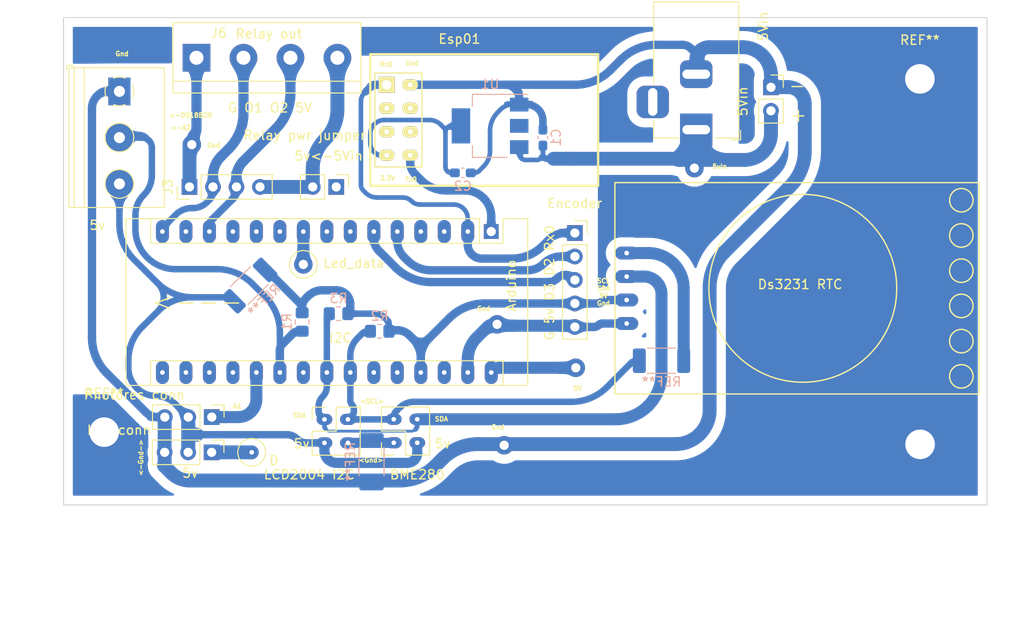
<source format=kicad_pcb>
(kicad_pcb (version 20211014) (generator pcbnew)
  (layers (0 "F.Cu" signal) (31 "B.Cu" signal) (34 "B.Paste" user) (35 "F.Paste" user) (36 "B.SilkS" user "B.Silkscreen") (37 "F.SilkS" user "F.Silkscreen") (38 "B.Mask" user) (39 "F.Mask" user) (44 "Edge.Cuts" user))
  (net 0 "")
  (net 1 "Tx1")
  (net 2 "Rx0")
  (net 4 "GND")
  (net 5 "D2")
  (net 6 "D3")
  (net 12 "D10")
  (net 14 "D12")
  (net 19 "A2")
  (net 21 "SDA")
  (net 22 "SCL")
  (net 24 "5v_ardu")
  (net 26 "5v_vin")
  (net 27 "Net-(C2-Pad1)")
  (net 28 "5v_Relay")
  (net 34 "A1")
  (net 35 "D")
  (footprint "" (layer "F.Cu") (at 173.5836 120.7516)
    (fp_text reference "")
    (fp_text value "")
  )
  (footprint "" (layer "F.Cu") (at 186.4106 99.1616)
    (fp_text reference "")
    (fp_text value "")
  )
  (footprint "" (layer "F.Cu") (at 165.8366 129.1336)
    (fp_text reference "")
    (fp_text value "")
  )
  (footprint "Connector_PinHeader_2.54mm:PinHeader_1x03_P2.54mm_Vertical" (layer "F.Cu") (at 134.1986 129.8956 -90)
    (fp_text reference "Led conn")
    (fp_text value "Led")
  )
  (footprint "MountingHole:MountingHole_3.2mm_M3_Pad" (layer "F.Cu") (at 122.5804 127.7112)
    (fp_text reference "REF**")
    (fp_text value "MountingHole_3.2mm_M3_Pad")
  )
  (footprint "megasaturnv_custom_components:RTC_DS3231" (layer "F.Cu") (at 217.1841 123.5851 180)
    (fp_text reference "Ds3231 RTC")
    (fp_text value "RTC_DS3231")
  )
  (footprint "" (layer "F.Cu") (at 165.0746 116.0526)
    (fp_text reference "")
    (fp_text value "")
  )
  (footprint "TerminalBlock_Philmore:TerminalBlock_Philmore_TB133_1x03_P5.00mm_Horizontal" (layer "F.Cu") (at 124.2266 90.8596 -90)
    (fp_text reference "<-DS18B20")
    (fp_text value "DS18B20")
  )
  (footprint "Connector_PinSocket_2.54mm:PinSocket_1x02_P2.54mm_Vertical" (layer "F.Cu") (at 194.6906 90.4186)
    (fp_text reference "5Vin")
    (fp_text value "PinSocket_1x02_P2.54mm_Vertical")
  )
  (footprint "Connector_PinSocket_2.54mm:PinSocket_2x02_P2.54mm_Vertical" (layer "F.Cu") (at 153.8986 128.8596 180)
    (fp_text reference "BME280")
    (fp_text value "BME280_module")
  )
  (footprint "Connector_PinHeader_2.54mm:PinHeader_1x04_P2.54mm_Vertical" (layer "F.Cu") (at 131.8056 101.1936 90)
    (fp_text reference "J3")
    (fp_text value "Relay_conn")
  )
  (footprint "Connector_PinHeader_2.54mm:PinHeader_2x02_P2.54mm_Vertical" (layer "F.Cu") (at 146.4006 126.3346)
    (fp_text reference "LCD2004 I2C")
    (fp_text value "LCD2004_I2C")
  )
  (footprint "TestPoint:TestPoint_Loop_D1.80mm_Drill1.0mm_Beaded" (layer "F.Cu") (at 138.5316 129.8956)
    (fp_text reference "D")
    (fp_text value "TestPoint_Loop_D1.80mm_Drill1.0mm_Beaded")
  )
  (footprint "MountingHole:MountingHole_3.2mm_M3_Pad" (layer "F.Cu") (at 210.7946 89.5096)
    (fp_text reference "REF**")
    (fp_text value "MountingHole_3.2mm_M3_Pad")
  )
  (footprint "Connector_BarrelJack:BarrelJack_Horizontal" (layer "F.Cu") (at 186.6061 95.0016 -90)
    (fp_text reference "5Vin")
    (fp_text value "Jack-DC")
  )
  (footprint "" (layer "F.Cu") (at 132.0546 96.6216)
    (fp_text reference "")
    (fp_text value "")
  )
  (footprint "Connector_PinSocket_2.54mm:PinSocket_1x05_P2.54mm_Vertical" (layer "F.Cu") (at 173.4816 106.1766)
    (fp_text reference "Encoder")
    (fp_text value "circle_encoder")
  )
  (footprint "Module:Arduino_Nano" (layer "F.Cu") (at 164.4396 106.0196 -90)
    (fp_text reference "Arduino")
    (fp_text value "Arduino_Nano_v3.x")
  )
  (footprint "Connector_PinHeader_2.54mm:PinHeader_1x03_P2.54mm_Vertical" (layer "F.Cu") (at 134.2136 126.0856 -90)
    (fp_text reference "Photores conn")
    (fp_text value "Photoresistor")
  )
  (footprint "" (layer "F.Cu") (at 210.82 129.032)
    (fp_text reference "")
    (fp_text value "")
  )
  (footprint "TestPoint:TestPoint_Loop_D1.80mm_Drill1.0mm_Beaded" (layer "F.Cu") (at 144.1196 109.5756)
    (fp_text reference "Led_data")
    (fp_text value "TestPoint_Loop_D1.80mm_Drill1.0mm_Beaded")
  )
  (footprint "TerminalBlock:TerminalBlock_bornier-4_P5.08mm" (layer "F.Cu") (at 132.5626 87.2236)
    (fp_text reference "J6")
    (fp_text value "Relay_conn_term")
  )
  (footprint "ESP8266:ESP-01" (layer "F.Cu") (at 153.1366 90.1446)
    (fp_text reference "Esp01")
    (fp_text value "ESP-01v090")
  )
  (footprint "Connector_PinHeader_2.54mm:PinHeader_1x02_P2.54mm_Vertical" (layer "F.Cu") (at 147.6756 101.1936 -90)
    (fp_text reference "Relay pwr jumper")
    (fp_text value "vin->relay_in")
  )
  (footprint "Resistor_SMD:R_0805_2012Metric_Pad1.20x1.40mm_HandSolder" (layer "B.Cu") (at 143.9926 115.7986 -90)
    (fp_text reference "R1")
    (fp_text value "4.7k")
  )
  (footprint "Resistor_SMD:R_2010_5025Metric_Pad1.40x2.65mm_HandSolder" (layer "B.Cu") (at 138.2776 111.8616 45)
    (fp_text reference "REF**")
    (fp_text value "R_2010_5025Metric_Pad1.40x2.65mm_HandSolder")
  )
  (footprint "Capacitor_SMD:C_0603_1608Metric_Pad1.08x0.95mm_HandSolder" (layer "B.Cu") (at 161.3651 99.6696)
    (fp_text reference "C2")
    (fp_text value "1uF")
  )
  (footprint "Capacitor_SMD:C_0603_1608Metric_Pad1.08x0.95mm_HandSolder" (layer "B.Cu") (at 170.0276 95.8596 90)
    (fp_text reference "C1")
    (fp_text value "10uF")
  )
  (footprint "Resistor_SMD:R_0805_2012Metric_Pad1.20x1.40mm_HandSolder" (layer "B.Cu") (at 147.9296 114.8996 180)
    (fp_text reference "R3")
    (fp_text value "4.7k")
  )
  (footprint "Resistor_SMD:R_0805_2012Metric_Pad1.20x1.40mm_HandSolder" (layer "B.Cu") (at 152.3746 116.8046 180)
    (fp_text reference "R2")
    (fp_text value "4.7k")
  )
  (footprint "Resistor_SMD:R_2010_5025Metric_Pad1.40x2.65mm_HandSolder" (layer "B.Cu") (at 151.4856 130.9116 -90)
    (fp_text reference "REF**")
    (fp_text value "R_2010_5025Metric_Pad1.40x2.65mm_HandSolder")
  )
  (footprint "Resistor_SMD:R_2010_5025Metric_Pad1.40x2.65mm_HandSolder" (layer "B.Cu") (at 182.8546 119.9896)
    (fp_text reference "REF**")
    (fp_text value "R_2010_5025Metric_Pad1.40x2.65mm_HandSolder")
  )
  (footprint "Package_TO_SOT_SMD:SOT-223-3_TabPin2" (layer "B.Cu") (at 164.3126 94.5896 180)
    (fp_text reference "U1")
    (fp_text value "AMS1117-3.3")
  )
  (gr_line (start 209.169 89.535) (end 212.344 89.535) (layer "B.Cu") (width 0.2))
  (gr_line (start 212.344 89.535) (end 209.169 89.535) (layer "B.Cu") (width 0.2))
  (gr_rect (start 118.1862 82.8802) (end 218.059 135.5852) (layer "Edge.Cuts") (width 0.1) (fill none))
  (gr_text "SCL\nSDA\n5V\nGnd" (at 176.5808 112.5728) (layer "F.SilkS") (effects (font (size 0.5 0.5) (thickness 0.125))))
  (gr_text "Gnd" (at 165.1508 127.1778) (layer "F.SilkS") (effects (font (size 0.5 0.5) (thickness 0.125))))
  (gr_text "<SCL>" (at 151.5618 124.3838) (layer "F.SilkS") (effects (font (size 0.5 0.5) (thickness 0.125))))
  (gr_text "I2C\n" (at 148.1328 117.5258) (layer "F.SilkS") (effects (font (size 1 1))))
  (gr_text "5v" (at 143.9418 128.9558) (layer "F.SilkS") (effects (font (size 1 1))))
  (gr_text "5vIn" (at 189.1538 98.9838) (layer "F.SilkS") (effects (font (size 0.5 0.5) (thickness 0.125))))
  (gr_text "<Gnd>" (at 151.4348 130.7338) (layer "F.SilkS") (effects (font (size 0.5 0.5) (thickness 0.125))))
  (gr_text "5v<-5Vin" (at 146.8628 97.8408) (layer "F.SilkS") (effects (font (size 1 1))))
  (gr_text "Gnd" (at 134.4168 96.6978) (layer "F.SilkS") (effects (font (size 0.5 0.5) (thickness 0.125))))
  (gr_text "<-A2" (at 130.8608 94.7928) (layer "F.SilkS") (effects (font (size 0.5 0.5) (thickness 0.125))))
  (gr_text "Gnd" (at 155.8798 87.8078) (layer "F.SilkS") (effects (font (size 0.5 0.5) (thickness 0.125))))
  (gr_text "-" (at 197.5358 90.2208) (layer "F.SilkS") (effects (font (size 1.5 1.5))))
  (gr_text "5v" (at 131.8768 132.1308) (layer "F.SilkS") (effects (font (size 1 1))))
  (gr_text "SDA" (at 143.6878 125.9078) (layer "F.SilkS") (effects (font (size 0.5 0.5) (thickness 0.125))))
  (gr_text "5V" (at 173.7868 122.9868) (layer "F.SilkS") (effects (font (size 0.5 0.5) (thickness 0.125))))
  (gr_text "Relay out" (at 140.3858 84.6328) (layer "F.SilkS") (effects (font (size 1 1))))
  (gr_text "+\n" (at 197.6628 93.3958) (layer "F.SilkS") (effects (font (size 1.5 1.5))))
  (gr_text "A1" (at 136.9568 124.8918) (layer "F.SilkS") (effects (font (size 0.5 0.5) (thickness 0.125))))
  (gr_text "Rx0" (at 153.0858 87.9348) (layer "F.SilkS") (effects (font (size 0.5 0.5) (thickness 0.125))))
  (gr_text "Tx0" (at 155.7528 100.3808) (layer "F.SilkS") (effects (font (size 0.5 0.5) (thickness 0.125))))
  (gr_text "G O1 O2 5V" (at 140.5128 92.6338) (layer "F.SilkS") (effects (font (size 1 1))))
  (gr_text "5v" (at 159.1818 128.9558) (layer "F.SilkS") (effects (font (size 1 1))))
  (gr_text "SDA" (at 159.0548 126.2888) (layer "F.SilkS") (effects (font (size 0.5 0.5) (thickness 0.125))))
  (gr_text "Gnd" (at 124.5108 86.7918) (layer "F.SilkS") (effects (font (size 0.5 0.5) (thickness 0.125))))
  (gr_text "3.3V" (at 153.2128 100.2538) (layer "F.SilkS") (effects (font (size 0.5 0.5) (thickness 0.125))))
  (gr_text "<---" (at 132.6388 113.5888) (layer "F.SilkS") (effects (font (size 2 2))))
  (gr_text "Gnd" (at 163.6268 114.3508) (layer "F.SilkS") (effects (font (size 0.5 0.5) (thickness 0.125))))
  (gr_text "<-Gnd->" (at 126.5428 130.4798 90) (layer "F.SilkS") (effects (font (size 0.5 0.5) (thickness 0.125))))
  (gr_text "G 5v D3 D2 Rx0" (at 170.7388 111.5568 90) (layer "F.SilkS") (effects (font (size 1 1))))
  (gr_text "5v" (at 121.8438 105.3338) (layer "F.SilkS") (effects (font (size 1 1))))
  (segment (start 164.4396 104.393033) (end 164.4396 106.0196) (width 0.9) (layer "B.Cu") (net 1))
  (segment (start 155.6766 98.5266) (end 155.6766 97.7646) (width 0.9) (layer "B.Cu") (net 1))
  (segment (start 156.215415 99.827415) (end 156.8196 100.4316) (width 0.9) (layer "B.Cu") (net 1))
  (segment (start 161.621166 101.5746) (end 159.579046 101.5746) (width 0.9) (layer "B.Cu") (net 1))
  (arc (start 155.6766 98.5266) (mid 155.816633 99.230596) (end 156.215415 99.827415) (width 0.9) (layer "B.Cu") (net 1))
  (arc (start 163.6141 102.4001) (mid 164.225059 103.314465) (end 164.4396 104.393033) (width 0.9) (layer "B.Cu") (net 1))
  (arc (start 156.8196 100.4316) (mid 158.085644 101.277543) (end 159.579046 101.5746) (width 0.9) (layer "B.Cu") (net 1))
  (arc (start 163.6141 102.4001) (mid 162.699734 101.78914) (end 161.621166 101.5746) (width 0.9) (layer "B.Cu") (net 1))
  (segment (start 150.3426 100.1776) (end 150.3426 100.9396) (width 0.5) (layer "B.Cu") (net 2))
  (segment (start 172.4381 106.1766) (end 173.4816 106.1766) (width 0.9) (layer "B.Cu") (net 2))
  (segment (start 161.8996 106.0196) (end 161.8996 104.616217) (width 0.5) (layer "B.Cu") (net 2))
  (segment (start 154.883784 102.3366) (end 152.07702 102.3366) (width 0.5) (layer "B.Cu") (net 2))
  (segment (start 150.8506 90.9066) (end 150.7236 91.0336) (width 0.5) (layer "B.Cu") (net 2))
  (segment (start 170.656734 106.914465) (end 170.0126 107.5586) (width 0.9) (layer "B.Cu") (net 2))
  (segment (start 161.8996 106.0196) (end 161.8996 107.422982) (width 0.9) (layer "B.Cu") (net 2))
  (segment (start 151.3586 90.3986) (end 150.8506 90.9066) (width 0.8) (layer "B.Cu") (net 2))
  (segment (start 163.417217 108.9406) (end 166.676156 108.9406) (width 0.9) (layer "B.Cu") (net 2))
  (segment (start 150.612007 101.590007) (end 150.8506 101.8286) (width 0.5) (layer "B.Cu") (net 2))
  (segment (start 160.381982 103.0986) (end 156.723415 103.0986) (width 0.5) (layer "B.Cu") (net 2))
  (segment (start 151.97181 90.1446) (end 153.1366 90.1446) (width 0.9) (layer "B.Cu") (net 2))
  (segment (start 150.3426 100.1776) (end 150.3426 91.953415) (width 0.5) (layer "B.Cu") (net 2))
  (arc (start 151.97181 90.1446) (mid 151.639943 90.210612) (end 151.3586 90.3986) (width 0.9) (layer "B.Cu") (net 2))
  (arc (start 172.4381 106.1766) (mid 171.474031 106.368364) (end 170.656734 106.914465) (width 0.9) (layer "B.Cu") (net 2))
  (arc (start 161.4551 103.5431) (mid 160.962749 103.214121) (end 160.381982 103.0986) (width 0.5) (layer "B.Cu") (net 2))
  (arc (start 161.4551 103.5431) (mid 161.784078 104.03545) (end 161.8996 104.616217) (width 0.5) (layer "B.Cu") (net 2))
  (arc (start 155.8036 102.7176) (mid 156.225614 102.999581) (end 156.723415 103.0986) (width 0.5) (layer "B.Cu") (net 2))
  (arc (start 150.8506 101.8286) (mid 151.413286 102.204575) (end 152.07702 102.3366) (width 0.5) (layer "B.Cu") (net 2))
  (arc (start 170.0126 107.5586) (mid 168.481826 108.581429) (end 166.676156 108.9406) (width 0.9) (layer "B.Cu") (net 2))
  (arc (start 155.8036 102.7176) (mid 155.381584 102.435618) (end 154.883784 102.3366) (width 0.5) (layer "B.Cu") (net 2))
  (arc (start 150.3426 100.9396) (mid 150.412616 101.291597) (end 150.612007 101.590007) (width 0.5) (layer "B.Cu") (net 2))
  (arc (start 161.8996 107.422982) (mid 162.015121 108.003749) (end 162.3441 108.4961) (width 0.9) (layer "B.Cu") (net 2))
  (arc (start 150.7236 91.0336) (mid 150.441618 91.455614) (end 150.3426 91.953415) (width 0.5) (layer "B.Cu") (net 2))
  (arc (start 162.3441 108.4961) (mid 162.83645 108.825078) (end 163.417217 108.9406) (width 0.9) (layer "B.Cu") (net 2))
  (segment (start 128.3716 126.0856) (end 129.122993 126.0856) (width 0.9) (layer "B.Cu") (net 4))
  (segment (start 129.1186 126.111206) (end 129.1186 129.8956) (width 1.5) (layer "B.Cu") (net 4))
  (segment (start 132.0546 96.09181) (end 132.0546 96.44553) (width 1.1) (layer "B.Cu") (net 4))
  (segment (start 176.47379 115.9651) (end 179.0841 115.9651) (width 0.9) (layer "B.Cu") (net 4))
  (segment (start 123.074254 90.8596) (end 124.2266 90.8596) (width 0.9) (layer "B.Cu") (net 4))
  (segment (start 163.614099 98.971099) (end 163.158844 99.426355) (width 0.5) (layer "B.Cu") (net 4))
  (segment (start 168.1031 92.2896) (end 166.8221 92.2896) (width 0.8) (layer "B.Cu") (net 4))
  (segment (start 154.565636 132.9436) (end 131.825033 132.9436) (width 1.5) (layer "B.Cu") (net 4))
  (segment (start 167.4626 91.61954) (end 167.4626 91.6491) (width 0.9) (layer "B.Cu") (net 4))
  (segment (start 129.1186 131.101404) (end 129.1186 129.8956) (width 1.5) (layer "B.Cu") (net 4))
  (segment (start 161.8996 119.8626) (end 161.8996 121.2596) (width 1.3) (layer "B.Cu") (net 4))
  (segment (start 131.8056 101.186528) (end 131.8056 97.046669) (width 1.5) (layer "B.Cu") (net 4))
  (segment (start 166.8221 92.2896) (end 166.7201 92.2896) (width 0.5) (layer "B.Cu") (net 4))
  (segment (start 168.311957 92.2896) (end 168.1031 92.2896) (width 0.8) (layer "B.Cu") (net 4))
  (segment (start 175.576909 116.3366) (end 173.556694 116.3366) (width 0.9) (layer "B.Cu") (net 4))
  (segment (start 132.5626 94.865389) (end 132.5626 87.2236) (width 1.1) (layer "B.Cu") (net 4))
  (segment (start 158.413392 131.349806) (end 159.162807 130.600392) (width 1.5) (layer "B.Cu") (net 4))
  (segment (start 162.5716 99.6696) (end 162.2276 99.6696) (width 0.5) (layer "B.Cu") (net 4))
  (segment (start 198.3486 92.214807) (end 198.3486 97.288636) (width 1.5) (layer "B.Cu") (net 4))
  (segment (start 167.20954 90.1446) (end 173.488636 90.1446) (width 0.9) (layer "B.Cu") (net 4))
  (segment (start 170.0276 94.005242) (end 170.0276 94.9971) (width 0.8) (layer "B.Cu") (net 4))
  (segment (start 153.872993 128.8746) (end 148.9406 128.8746) (width 1.1) (layer "B.Cu") (net 4))
  (segment (start 122.853392 121.329392) (end 127.070784 125.546784) (width 0.9) (layer "B.Cu") (net 4))
  (segment (start 129.8321 132.1181) (end 129.0626 131.3486) (width 1.5) (layer "B.Cu") (net 4))
  (segment (start 165.145099 93.122099) (end 165.452573 92.814626) (width 0.5) (layer "B.Cu") (net 4))
  (segment (start 186.6061 87.481281) (end 186.6061 89.0016) (width 1.5) (layer "B.Cu") (net 4))
  (segment (start 162.887427 117.477771) (end 164.043192 116.322007) (width 1.3) (layer "B.Cu") (net 4))
  (segment (start 193.7891 86.9821) (end 193.794342 86.987342) (width 1.5) (layer "B.Cu") (net 4))
  (segment (start 185.109784 85.8266) (end 182.314563 85.8266) (width 0.9) (layer "B.Cu") (net 4))
  (segment (start 131.8006 101.1886) (end 131.7956 101.1836) (width 1.5) (layer "B.Cu") (net 4))
  (segment (start 194.730327 90.3986) (end 196.532392 90.3986) (width 1.5) (layer "B.Cu") (net 4))
  (segment (start 194.6906 89.1511) (end 194.6906 90.415807) (width 1.5) (layer "B.Cu") (net 4))
  (segment (start 165.987659 90.1446) (end 167.20954 90.1446) (width 0.9) (layer "B.Cu") (net 4))
  (segment (start 184.375956 129.0066) (end 163.010563 129.0066) (width 1.5) (layer "B.Cu") (net 4))
  (segment (start 173.032239 116.205) (end 165.334763 116.205) (width 1.3) (layer "B.Cu") (net 4))
  (segment (start 188.0616 125.320956) (end 188.0616 112.083563) (width 1.5) (layer "B.Cu") (net 4))
  (segment (start 189.655392 108.235807) (end 196.754807 101.136392) (width 1.5) (layer "B.Cu") (net 4))
  (segment (start 191.612686 86.0806) (end 188.006781 86.0806) (width 1.5) (layer "B.Cu") (net 4))
  (segment (start 186.0296 86.2076) (end 186.4106 86.5886) (width 0.9) (layer "B.Cu") (net 4))
  (segment (start 121.2596 117.481636) (end 121.2596 92.674254) (width 0.9) (layer "B.Cu") (net 4))
  (segment (start 164.966836 116.0526) (end 164.6936 116.0526) (width 1.3) (layer "B.Cu") (net 4))
  (segment (start 194.706184 90.408599) (end 194.698159 90.416625) (width 1.5) (layer "B.Cu") (net 4))
  (segment (start 173.300305 116.2304) (end 173.09356 116.2304) (width 0.9) (layer "B.Cu") (net 4))
  (segment (start 177.336392 88.550806) (end 178.466807 87.420392) (width 0.9) (layer "B.Cu") (net 4))
  (segment (start 164.3126 95.131932) (end 164.3126 97.284771) (width 0.5) (layer "B.Cu") (net 4))
  (segment (start 153.8911 128.8671) (end 153.8986 128.8596) (width 1.1) (layer "B.Cu") (net 4))
  (segment (start 165.987659 90.1446) (end 155.6766 90.1446) (width 0.9) (layer "B.Cu") (net 4))
  (arc (start 129.0626 131.2366) (mid 129.039404 131.2926) (end 129.0626 131.3486) (width 1.5) (layer "B.Cu") (net 4))
  (arc (start 194.730327 90.3986) (mid 194.717261 90.401198) (end 194.706184 90.408599) (width 1.5) (layer "B.Cu") (net 4))
  (arc (start 162.887427 117.477771) (mid 162.156327 118.57194) (end 161.8996 119.8626) (width 1.3) (layer "B.Cu") (net 4))
  (arc (start 129.1261 126.0931) (mid 129.120549 126.101407) (end 129.1186 126.111206) (width 1.5) (layer "B.Cu") (net 4))
  (arc (start 132.3086 95.4786) (mid 132.120612 95.759943) (end 132.0546 96.09181) (width 1.1) (layer "B.Cu") (net 4))
  (arc (start 198.3486 97.288636) (mid 197.934386 99.371026) (end 196.754807 101.136392) (width 1.5) (layer "B.Cu") (net 4))
  (arc (start 177.336392 88.550806) (mid 175.571026 89.730386) (end 173.488636 90.1446) (width 0.9) (layer "B.Cu") (net 4))
  (arc (start 182.314563 85.8266) (mid 180.232172 86.240813) (end 178.466807 87.420392) (width 0.9) (layer "B.Cu") (net 4))
  (arc (start 165.1508 116.1288) (mid 165.235202 116.185196) (end 165.334763 116.205) (width 1.3) (layer "B.Cu") (net 4))
  (arc (start 173.0629 116.2177) (mid 173.076967 116.227099) (end 173.09356 116.2304) (width 1.3) (layer "B.Cu") (net 4))
  (arc (start 188.0616 125.320956) (mid 187.781047 126.731391) (end 186.9821 127.9271) (width 1.5) (layer "B.Cu") (net 4))
  (arc (start 123.074254 90.8596) (mid 122.379816 90.997732) (end 121.7911 91.3911) (width 0.9) (layer "B.Cu") (net 4))
  (arc (start 173.0629 116.2177) (mid 173.048832 116.2083) (end 173.032239 116.205) (width 1.3) (layer "B.Cu") (net 4))
  (arc (start 167.20954 90.1446) (mid 166.975743 90.300817) (end 167.0306 90.5766) (width 0.9) (layer "B.Cu") (net 4))
  (arc (start 198.3486 92.214807) (mid 197.816644 90.930554) (end 196.532392 90.3986) (width 1.5) (layer "B.Cu") (net 4))
  (arc (start 167.4626 91.6491) (mid 167.650198 92.102001) (end 168.1031 92.2896) (width 0.9) (layer "B.Cu") (net 4))
  (arc (start 193.794342 86.987342) (mid 194.45767 87.980082) (end 194.6906 89.1511) (width 1.5) (layer "B.Cu") (net 4))
  (arc (start 187.01635 86.49085) (mid 186.71272 86.945263) (end 186.6061 87.481281) (width 1.5) (layer "B.Cu") (net 4))
  (arc (start 186.0296 86.2076) (mid 185.607584 85.925618) (end 185.109784 85.8266) (width 0.9) (layer "B.Cu") (net 4))
  (arc (start 167.0306 90.5766) (mid 166.552094 90.256873) (end 165.987659 90.1446) (width 0.9) (layer "B.Cu") (net 4))
  (arc (start 164.6936 116.0526) (mid 164.341601 116.122616) (end 164.043192 116.322007) (width 1.3) (layer "B.Cu") (net 4))
  (arc (start 165.145099 93.122099) (mid 164.528959 94.044218) (end 164.3126 95.131932) (width 0.5) (layer "B.Cu") (net 4))
  (arc (start 193.7891 86.9821) (mid 192.790552 86.314892) (end 191.612686 86.0806) (width 1.5) (layer "B.Cu") (net 4))
  (arc (start 129.1261 126.0931) (mid 129.127052 126.088312) (end 129.122993 126.0856) (width 1.5) (layer "B.Cu") (net 4))
  (arc (start 167.0306 90.5766) (mid 167.350326 91.055104) (end 167.4626 91.61954) (width 0.9) (layer "B.Cu") (net 4))
  (arc (start 127.070784 125.546784) (mid 127.667603 125.945566) (end 128.3716 126.0856) (width 0.9) (layer "B.Cu") (net 4))
  (arc (start 129.8321 132.1181) (mid 130.746465 132.729059) (end 131.825033 132.9436) (width 1.5) (layer "B.Cu") (net 4))
  (arc (start 158.413392 131.349806) (mid 156.648026 132.529386) (end 154.565636 132.9436) (width 1.5) (layer "B.Cu") (net 4))
  (arc (start 166.7201 92.2896) (mid 166.034119 92.426049) (end 165.452573 92.814626) (width 0.5) (layer "B.Cu") (net 4))
  (arc (start 176.02535 116.15085) (mid 175.819603 116.288325) (end 175.576909 116.3366) (width 0.9) (layer "B.Cu") (net 4))
  (arc (start 132.0546 96.44553) (mid 132.022243 96.608197) (end 131.9301 96.7461) (width 1.1) (layer "B.Cu") (net 4))
  (arc (start 169.5251 92.7921) (mid 169.897004 93.348694) (end 170.0276 94.005242) (width 0.8) (layer "B.Cu") (net 4))
  (arc (start 188.006781 86.0806) (mid 187.470763 86.18722) (end 187.01635 86.49085) (width 1.5) (layer "B.Cu") (net 4))
  (arc (start 132.5626 94.865389) (mid 132.496587 95.197256) (end 132.3086 95.4786) (width 1.1) (layer "B.Cu") (net 4))
  (arc (start 131.8006 101.1886) (mid 131.803791 101.189234) (end 131.8056 101.186528) (width 1.5) (layer "B.Cu") (net 4))
  (arc (start 163.158844 99.426355) (mid 162.889414 99.606382) (end 162.5716 99.6696) (width 0.5) (layer "B.Cu") (net 4))
  (arc (start 153.8911 128.8671) (mid 153.882792 128.87265) (end 153.872993 128.8746) (width 1.1) (layer "B.Cu") (net 4))
  (arc (start 173.4285 116.2835) (mid 173.487316 116.322799) (end 173.556694 116.3366) (width 0.9) (layer "B.Cu") (net 4))
  (arc (start 121.2596 117.481636) (mid 121.673813 119.564026) (end 122.853392 121.329392) (width 0.9) (layer "B.Cu") (net 4))
  (arc (start 166.8221 92.2896) (mid 167.275001 92.102001) (end 167.4626 91.6491) (width 0.5) (layer "B.Cu") (net 4))
  (arc (start 194.698159 90.416625) (mid 194.695972 90.418086) (end 194.693392 90.4186) (width 1.5) (layer "B.Cu") (net 4))
  (arc (start 165.1508 116.1288) (mid 165.066396 116.072403) (end 164.966836 116.0526) (width 1.3) (layer "B.Cu") (net 4))
  (arc (start 194.6906 90.415807) (mid 194.691417 90.417781) (end 194.693392 90.4186) (width 1.5) (layer "B.Cu") (net 4))
  (arc (start 173.4285 116.2835) (mid 173.369683 116.2442) (end 173.300305 116.2304) (width 0.9) (layer "B.Cu") (net 4))
  (arc (start 131.9301 96.7461) (mid 131.837956 96.884002) (end 131.8056 97.046669) (width 1.5) (layer "B.Cu") (net 4))
  (arc (start 169.5251 92.7921) (mid 168.968505 92.420195) (end 168.311957 92.2896) (width 0.8) (layer "B.Cu") (net 4))
  (arc (start 163.010563 129.0066) (mid 160.928172 129.420813) (end 159.162807 130.600392) (width 1.5) (layer "B.Cu") (net 4))
  (arc (start 129.1186 131.101404) (mid 129.104046 131.174571) (end 129.0626 131.2366) (width 1.5) (layer "B.Cu") (net 4))
  (arc (start 121.7911 91.3911) (mid 121.397732 91.979816) (end 121.2596 92.674254) (width 0.9) (layer "B.Cu") (net 4))
  (arc (start 189.655392 108.235807) (mid 188.475813 110.001172) (end 188.0616 112.083563) (width 1.5) (layer "B.Cu") (net 4))
  (arc (start 176.47379 115.9651) (mid 176.231096 116.013374) (end 176.02535 116.15085) (width 0.9) (layer "B.Cu") (net 4))
  (arc (start 186.9821 127.9271) (mid 185.786391 128.726047) (end 184.375956 129.0066) (width 1.5) (layer "B.Cu") (net 4))
  (arc (start 164.3126 97.284771) (mid 164.131065 98.197405) (end 163.614099 98.971099) (width 0.5) (layer "B.Cu") (net 4))
  (segment (start 154.2796 107.0356) (end 154.2796 106.0196) (width 0.9) (layer "B.Cu") (net 5))
  (segment (start 155.3591 109.1311) (end 154.99802 108.77002) (width 0.9) (layer "B.Cu") (net 5))
  (segment (start 157.965243 110.2106) (end 168.336182 110.2106) (width 0.9) (layer "B.Cu") (net 5))
  (segment (start 171.943017 108.7166) (end 173.4816 108.7166) (width 0.9) (layer "B.Cu") (net 5))
  (arc (start 155.3591 109.1311) (mid 156.554808 109.930047) (end 157.965243 110.2106) (width 0.9) (layer "B.Cu") (net 5))
  (arc (start 170.1396 109.4636) (mid 169.312184 110.016461) (end 168.336182 110.2106) (width 0.9) (layer "B.Cu") (net 5))
  (arc (start 154.2796 107.0356) (mid 154.466311 107.974261) (end 154.99802 108.77002) (width 0.9) (layer "B.Cu") (net 5))
  (arc (start 171.943017 108.7166) (mid 170.967014 108.910738) (end 170.1396 109.4636) (width 0.9) (layer "B.Cu") (net 5))
  (segment (start 170.631784 111.4806) (end 157.930563 111.4806) (width 0.9) (layer "B.Cu") (net 6))
  (segment (start 151.7396 106.7816) (end 151.7396 106.0196) (width 0.9) (layer "B.Cu") (net 6))
  (segment (start 152.278415 108.082415) (end 154.082807 109.886807) (width 0.9) (layer "B.Cu") (net 6))
  (segment (start 173.2126 110.9876) (end 173.4816 111.2566) (width 0.9) (layer "B.Cu") (net 6))
  (segment (start 171.551599 111.099599) (end 171.575157 111.076042) (width 0.9) (layer "B.Cu") (net 6))
  (segment (start 172.4381 110.7186) (end 172.563176 110.7186) (width 0.9) (layer "B.Cu") (net 6))
  (arc (start 173.2126 110.9876) (mid 172.914641 110.78851) (end 172.563176 110.7186) (width 0.9) (layer "B.Cu") (net 6))
  (arc (start 171.551599 111.099599) (mid 171.129584 111.381581) (end 170.631784 111.4806) (width 0.9) (layer "B.Cu") (net 6))
  (arc (start 154.082807 109.886807) (mid 155.848172 111.066386) (end 157.930563 111.4806) (width 0.9) (layer "B.Cu") (net 6))
  (arc (start 172.4381 110.7186) (mid 171.971078 110.811496) (end 171.575157 111.076042) (width 0.9) (layer "B.Cu") (net 6))
  (arc (start 151.7396 106.7816) (mid 151.879633 107.485596) (end 152.278415 108.082415) (width 0.9) (layer "B.Cu") (net 6))
  (segment (start 136.8856 100.1751) (end 136.8856 100.7516) (width 1.1) (layer "B.Cu") (net 12))
  (segment (start 134.31881 104.644389) (end 136.573058 102.390141) (width 0.8) (layer "B.Cu") (net 12))
  (segment (start 142.7226 91.065636) (end 142.7226 87.2236) (width 1.1) (layer "B.Cu") (net 12))
  (segment (start 136.8856 100.7516) (end 136.8856 101.6356) (width 1.1) (layer "B.Cu") (net 12))
  (segment (start 133.9596 105.5116) (end 133.9596 106.0196) (width 0.8) (layer "B.Cu") (net 12))
  (segment (start 137.605788 98.436411) (end 141.128807 94.913392) (width 1.1) (layer "B.Cu") (net 12))
  (arc (start 134.31881 104.644389) (mid 134.052955 105.042269) (end 133.9596 105.5116) (width 0.8) (layer "B.Cu") (net 12))
  (arc (start 142.7226 91.065636) (mid 142.308386 93.148026) (end 141.128807 94.913392) (width 1.1) (layer "B.Cu") (net 12))
  (arc (start 136.8856 101.6356) (mid 136.804372 102.043954) (end 136.573058 102.390141) (width 0.8) (layer "B.Cu") (net 12))
  (arc (start 137.605788 98.436411) (mid 137.07277 99.234128) (end 136.8856 100.1751) (width 1.1) (layer "B.Cu") (net 12))
  (segment (start 134.3456 100.6881) (end 134.3456 99.9846) (width 1.1) (layer "B.Cu") (net 14))
  (segment (start 128.8796 105.976607) (end 128.8796 105.8291) (width 0.7) (layer "B.Cu") (net 14))
  (segment (start 128.91 105.9892) (end 128.9404 105.9588) (width 1.1) (layer "B.Cu") (net 14))
  (segment (start 132.0546 103.4796) (end 132.169038 103.4796) (width 0.7) (layer "B.Cu") (net 14))
  (segment (start 137.6426 93.224636) (end 137.6426 87.2236) (width 1.1) (layer "B.Cu") (net 14))
  (segment (start 133.708099 102.842099) (end 133.988157 102.562042) (width 0.7) (layer "B.Cu") (net 14))
  (segment (start 130.320179 104.19802) (end 129.014303 105.503896) (width 0.7) (layer "B.Cu") (net 14))
  (segment (start 136.048806 97.072392) (end 135.200492 97.920707) (width 1.1) (layer "B.Cu") (net 14))
  (segment (start 134.3456 100.6881) (end 134.3456 101.6991) (width 1.1) (layer "B.Cu") (net 14))
  (arc (start 137.6426 93.224636) (mid 137.228386 95.307026) (end 136.048806 97.072392) (width 1.1) (layer "B.Cu") (net 14))
  (arc (start 132.0546 103.4796) (mid 131.115938 103.666311) (end 130.320179 104.19802) (width 0.7) (layer "B.Cu") (net 14))
  (arc (start 134.3456 101.6991) (mid 134.252703 102.16612) (end 133.988157 102.562042) (width 0.7) (layer "B.Cu") (net 14))
  (arc (start 129.014303 105.503896) (mid 128.914608 105.6531) (end 128.8796 105.8291) (width 0.7) (layer "B.Cu") (net 14))
  (arc (start 128.8796 105.976607) (mid 128.890593 105.993059) (end 128.91 105.9892) (width 0.7) (layer "B.Cu") (net 14))
  (arc (start 133.708099 102.842099) (mid 133.001972 103.313918) (end 132.169038 103.4796) (width 0.7) (layer "B.Cu") (net 14))
  (arc (start 135.200492 97.920707) (mid 134.567779 98.867629) (end 134.3456 99.9846) (width 1.1) (layer "B.Cu") (net 14))
  (segment (start 143.6196 116.7986) (end 143.9926 116.7986) (width 0.9) (layer "B.Cu") (net 19))
  (segment (start 126.652587 95.8596) (end 124.2266 95.8596) (width 0.7) (layer "B.Cu") (net 19))
  (segment (start 134.769636 110.0836) (end 130.294651 110.0836) (width 0.7) (layer "B.Cu") (net 19))
  (segment (start 141.5796 116.893563) (end 141.5796 118.8466) (width 0.7) (layer "B.Cu") (net 19))
  (segment (start 125.9586 104.228835) (end 125.9586 105.747548) (width 0.7) (layer "B.Cu") (net 19))
  (segment (start 127.7366 96.943612) (end 127.7366 99.936364) (width 0.7) (layer "B.Cu") (net 19))
  (segment (start 141.5796 119.6086) (end 141.5796 118.8466) (width 0.9) (layer "B.Cu") (net 19))
  (segment (start 139.985807 113.045807) (end 138.617392 111.677392) (width 0.7) (layer "B.Cu") (net 19))
  (segment (start 141.5796 119.6086) (end 141.5796 121.2596) (width 0.9) (layer "B.Cu") (net 19))
  (segment (start 141.5796 118.8466) (end 141.5796 119.6086) (width 0.9) (layer "B.Cu") (net 19))
  (segment (start 141.849007 118.196192) (end 142.982849 117.06235) (width 0.9) (layer "B.Cu") (net 19))
  (arc (start 125.9586 105.747548) (mid 126.288662 107.406883) (end 127.2286 108.8136) (width 0.7) (layer "B.Cu") (net 19))
  (arc (start 127.2286 108.8136) (mid 128.635316 109.753537) (end 130.294651 110.0836) (width 0.7) (layer "B.Cu") (net 19))
  (arc (start 141.849007 118.196192) (mid 141.649616 118.494601) (end 141.5796 118.8466) (width 0.9) (layer "B.Cu") (net 19))
  (arc (start 127.4191 96.1771) (mid 127.654084 96.528778) (end 127.7366 96.943612) (width 0.7) (layer "B.Cu") (net 19))
  (arc (start 139.985807 113.045807) (mid 141.165386 114.811172) (end 141.5796 116.893563) (width 0.7) (layer "B.Cu") (net 19))
  (arc (start 126.8476 102.0826) (mid 126.189643 103.067301) (end 125.9586 104.228835) (width 0.7) (layer "B.Cu") (net 19))
  (arc (start 127.7366 99.936364) (mid 127.505556 101.097898) (end 126.8476 102.0826) (width 0.7) (layer "B.Cu") (net 19))
  (arc (start 141.5796 118.8466) (mid 141.5796 118.8466) (end 141.5796 118.8466) (width 0.7) (layer "B.Cu") (net 19))
  (arc (start 143.6196 116.7986) (mid 143.274992 116.867146) (end 142.982849 117.06235) (width 0.9) (layer "B.Cu") (net 19))
  (arc (start 127.4191 96.1771) (mid 127.06742 95.942115) (end 126.652587 95.8596) (width 0.7) (layer "B.Cu") (net 19))
  (arc (start 138.617392 111.677392) (mid 136.852026 110.497813) (end 134.769636 110.0836) (width 0.7) (layer "B.Cu") (net 19))
  (segment (start 180.970807 110.8851) (end 179.0841 110.8851) (width 1.3) (layer "B.Cu") (net 21))
  (segment (start 145.7706 124.936217) (end 145.7706 125.475925) (width 0.7) (layer "B.Cu") (net 21))
  (segment (start 146.4006 126.8426) (end 146.4006 126.3981) (width 0.3) (layer "B.Cu") (net 21))
  (segment (start 147.1676 127.6096) (end 146.9136 127.6096) (width 0.3) (layer "B.Cu") (net 21))
  (segment (start 177.902283 126.3196) (end 156.4386 126.3196) (width 1.3) (layer "B.Cu") (net 21))
  (segment (start 146.4006 126.8426) (end 146.4006 127.0966) (width 0.3) (layer "B.Cu") (net 21))
  (segment (start 146.6596 121.2596) (end 146.6596 115.360518) (width 0.7) (layer "B.Cu") (net 21))
  (segment (start 156.4386 126.959192) (end 156.4386 126.3196) (width 0.5) (layer "B.Cu") (net 21))
  (segment (start 147.1676 127.6096) (end 155.788192 127.6096) (width 0.3) (layer "B.Cu") (net 21))
  (segment (start 182.8546 112.768892) (end 182.8546 121.367283) (width 1.3) (layer "B.Cu") (net 21))
  (segment (start 146.0221 126.0831) (end 146.228698 126.289698) (width 0.7) (layer "B.Cu") (net 21))
  (segment (start 146.6596 121.2596) (end 146.6596 122.789982) (width 0.7) (layer "B.Cu") (net 21))
  (segment (start 146.490402 127.313402) (end 146.696797 127.519797) (width 0.3) (layer "B.Cu") (net 21))
  (segment (start 146.7946 115.0346) (end 146.9296 114.8996) (width 0.7) (layer "B.Cu") (net 21))
  (arc (start 146.4006 126.3981) (mid 146.382001 126.353198) (end 146.3371 126.3346) (width 0.3) (layer "B.Cu") (net 21))
  (arc (start 182.8546 121.367283) (mid 182.477627 123.262452) (end 181.4041 124.8691) (width 1.3) (layer "B.Cu") (net 21))
  (arc (start 182.30285 111.43685) (mid 182.711204 112.047996) (end 182.8546 112.768892) (width 1.3) (layer "B.Cu") (net 21))
  (arc (start 182.30285 111.43685) (mid 181.691703 111.028495) (end 180.970807 110.8851) (width 1.3) (layer "B.Cu") (net 21))
  (arc (start 146.7946 115.0346) (mid 146.694685 115.184132) (end 146.6596 115.360518) (width 0.7) (layer "B.Cu") (net 21))
  (arc (start 156.2481 127.4191) (mid 156.037092 127.56009) (end 155.788192 127.6096) (width 0.3) (layer "B.Cu") (net 21))
  (arc (start 146.2151 123.8631) (mid 145.886121 124.35545) (end 145.7706 124.936217) (width 0.7) (layer "B.Cu") (net 21))
  (arc (start 146.4006 127.0966) (mid 146.423938 127.213932) (end 146.490402 127.313402) (width 0.5) (layer "B.Cu") (net 21))
  (arc (start 145.7706 125.475925) (mid 145.835962 125.804525) (end 146.0221 126.0831) (width 0.7) (layer "B.Cu") (net 21))
  (arc (start 146.696797 127.519797) (mid 146.796267 127.58626) (end 146.9136 127.6096) (width 0.3) (layer "B.Cu") (net 21))
  (arc (start 156.4386 126.959192) (mid 156.38909 127.208092) (end 156.2481 127.4191) (width 0.5) (layer "B.Cu") (net 21))
  (arc (start 146.6596 122.789982) (mid 146.544078 123.370749) (end 146.2151 123.8631) (width 0.7) (layer "B.Cu") (net 21))
  (arc (start 181.4041 124.8691) (mid 179.797452 125.942627) (end 177.902283 126.3196) (width 1.3) (layer "B.Cu") (net 21))
  (arc (start 146.228698 126.289698) (mid 146.278433 126.32293) (end 146.3371 126.3346) (width 0.7) (layer "B.Cu") (net 21))
  (segment (start 153.8986 126.308993) (end 153.8986 126.0121) (width 0.7) (layer "B.Cu") (net 22))
  (segment (start 153.872993 126.3346) (end 149.0091 126.3346) (width 0.7) (layer "B.Cu") (net 22))
  (segment (start 185.2546 112.157922) (end 185.2546 119.9896) (width 1.3) (layer "B.Cu") (net 22))
  (segment (start 149.329099 126.083099) (end 149.126036 126.286163) (width 0.7) (layer "B.Cu") (net 22))
  (segment (start 149.1996 124.292192) (end 149.1996 121.2596) (width 0.7) (layer "B.Cu") (net 22))
  (segment (start 180.1306 119.9896) (end 180.4546 119.9896) (width 0.7) (layer "B.Cu") (net 22))
  (segment (start 154.116035 125.487164) (end 154.5336 125.0696) (width 0.7) (layer "B.Cu") (net 22))
  (segment (start 151.0541 116.8046) (end 151.3746 116.8046) (width 0.7) (layer "B.Cu") (net 22))
  (segment (start 176.955392 122.840807) (end 179.577497 120.218702) (width 0.7) (layer "B.Cu") (net 22))
  (segment (start 149.1996 119.423301) (end 149.1996 121.2596) (width 0.7) (layer "B.Cu") (net 22))
  (segment (start 150.506972 117.031227) (end 149.9666 117.5716) (width 0.7) (layer "B.Cu") (net 22))
  (segment (start 149.5806 125.212007) (end 149.5806 125.475925) (width 0.7) (layer "B.Cu") (net 22))
  (segment (start 181.441777 108.3451) (end 179.0841 108.3451) (width 1.3) (layer "B.Cu") (net 22))
  (segment (start 173.107636 124.4346) (end 156.066625 124.4346) (width 0.7) (layer "B.Cu") (net 22))
  (arc (start 180.1306 119.9896) (mid 179.831262 120.049141) (end 179.577497 120.218702) (width 0.7) (layer "B.Cu") (net 22))
  (arc (start 149.1996 124.292192) (mid 149.249109 124.541092) (end 149.3901 124.7521) (width 0.7) (layer "B.Cu") (net 22))
  (arc (start 184.13785 109.46185) (mid 182.900881 108.635333) (end 181.441777 108.3451) (width 1.3) (layer "B.Cu") (net 22))
  (arc (start 153.8986 126.308993) (mid 153.89665 126.318792) (end 153.8911 126.3271) (width 0.7) (layer "B.Cu") (net 22))
  (arc (start 149.5806 125.475925) (mid 149.515237 125.804525) (end 149.329099 126.083099) (width 0.7) (layer "B.Cu") (net 22))
  (arc (start 184.13785 109.46185) (mid 184.964366 110.698818) (end 185.2546 112.157922) (width 1.3) (layer "B.Cu") (net 22))
  (arc (start 149.126036 126.286163) (mid 149.072385 126.322011) (end 149.0091 126.3346) (width 0.7) (layer "B.Cu") (net 22))
  (arc (start 149.3901 124.7521) (mid 149.53109 124.963107) (end 149.5806 125.212007) (width 0.7) (layer "B.Cu") (net 22))
  (arc (start 156.066625 124.4346) (mid 155.236957 124.599631) (end 154.5336 125.0696) (width 0.7) (layer "B.Cu") (net 22))
  (arc (start 149.0091 126.3346) (mid 149.0091 126.3346) (end 149.0091 126.3346) (width 0.7) (layer "B.Cu") (net 22))
  (arc (start 154.116035 125.487164) (mid 153.955109 125.728006) (end 153.8986 126.0121) (width 0.7) (layer "B.Cu") (net 22))
  (arc (start 176.955392 122.840807) (mid 175.190026 124.020386) (end 173.107636 124.4346) (width 0.7) (layer "B.Cu") (net 22))
  (arc (start 153.8911 126.3271) (mid 153.882792 126.33265) (end 153.872993 126.3346) (width 0.7) (layer "B.Cu") (net 22))
  (arc (start 151.0541 116.8046) (mid 150.757996 116.863498) (end 150.506972 117.031227) (width 0.7) (layer "B.Cu") (net 22))
  (arc (start 149.9666 117.5716) (mid 149.398936 118.421167) (end 149.1996 119.423301) (width 0.7) (layer "B.Cu") (net 22))
  (segment (start 131.6736 128.9356) (end 131.6736 129.869993) (width 1.5) (layer "B.Cu") (net 24))
  (segment (start 146.4006 128.8746) (end 146.4006 129.729249) (width 1.1) (layer "B.Cu") (net 24))
  (segment (start 153.013268 115.421268) (end 152.9331 115.3411) (width 0.7) (layer "B.Cu") (net 24))
  (segment (start 149.120518 114.8996) (end 151.867224 114.8996) (width 0.7) (layer "B.Cu") (net 24))
  (segment (start 149.1996 114.438681) (end 149.1996 113.887217) (width 0.9) (layer "B.Cu") (net 24))
  (segment (start 126.0856 122.9106) (end 126.121475 122.946475) (width 0.7) (layer "B.Cu") (net 24))
  (segment (start 143.9926 114.2191) (end 143.9926 114.7986) (width 0.9) (layer "B.Cu") (net 24))
  (segment (start 163.742563 113.7966) (end 173.4816 113.7966) (width 0.9) (layer "B.Cu") (net 24))
  (segment (start 143.9926 114.4096) (end 143.9926 114.7986) (width 0.9) (layer "B.Cu") (net 24))
  (segment (start 175.957909 113.7966) (end 173.4816 113.7966) (width 0.9) (layer "B.Cu") (net 24))
  (segment (start 128.481387 114.545812) (end 126.678342 116.348857) (width 0.7) (layer "B.Cu") (net 24))
  (segment (start 144.627599 113.004599) (end 144.402368 113.229831) (width 0.9) (layer "B.Cu") (net 24))
  (segment (start 131.6661 129.8881) (end 131.6586 129.8956) (width 1.5) (layer "B.Cu") (net 24))
  (segment (start 146.4006 128.8746) (end 144.485682 128.8746) (width 0.8) (layer "B.Cu") (net 24))
  (segment (start 157.708599 117.576599) (end 159.894807 115.390392) (width 0.9) (layer "B.Cu") (net 24))
  (segment (start 153.3746 116.721868) (end 153.3746 116.2936) (width 0.7) (layer "B.Cu") (net 24))
  (segment (start 143.717535 113.745535) (end 140.19378 110.22178) (width 0.9) (layer "B.Cu") (net 24))
  (segment (start 156.8196 119.722835) (end 156.8196 121.2596) (width 0.9) (layer "B.Cu") (net 24))
  (segment (start 132.149563 113.1316) (end 135.7376 113.1316) (width 0.7) (layer "B.Cu") (net 24))
  (segment (start 125.1966 120.764364) (end 125.1966 119.9261) (width 0.7) (layer "B.Cu") (net 24))
  (segment (start 153.574331 116.6876) (end 154.2666 116.6876) (width 0.9) (layer "B.Cu") (net 24))
  (segment (start 146.160625 112.3696) (end 147.681982 112.3696) (width 0.9) (layer "B.Cu") (net 24))
  (segment (start 125.820392 109.056392) (end 128.301807 111.537807) (width 0.7) (layer "B.Cu") (net 24))
  (segment (start 156.4386 129.954587) (end 156.4386 128.8596) (width 1.1) (layer "B.Cu") (net 24))
  (segment (start 155.9306 117.5766) (end 155.589607 117.235607) (width 0.9) (layer "B.Cu") (net 24))
  (segment (start 142.351517 127.9906) (end 132.6186 127.9906) (width 0.8) (layer "B.Cu") (net 24))
  (segment (start 124.2266 105.208636) (end 124.2266 100.8596) (width 0.7) (layer "B.Cu") (net 24))
  (segment (start 140.0556 110.164544) (end 139.974656 110.164544) (width 0.9) (layer "B.Cu") (net 24))
  (segment (start 131.6736 126.0856) (end 131.6736 127.0456) (width 1.5) (layer "B.Cu") (net 24))
  (segment (start 176.85479 113.4251) (end 179.0841 113.4251) (width 0.9) (layer "B.Cu") (net 24))
  (segment (start 131.6736 128.9356) (end 131.6736 127.0456) (width 1.5) (layer "B.Cu") (net 24))
  (segment (start 131.6736 126.0856) (end 130.240724 124.652724) (width 0.7) (layer "B.Cu") (net 24))
  (segment (start 155.354587 131.0386) (end 147.70995 131.0386) (width 1.1) (layer "B.Cu") (net 24))
  (segment (start 144.2466 114.9096) (end 143.8496 114.9096) (width 0.7) (layer "B.Cu") (net 24))
  (arc (start 144.402368 113.229831) (mid 144.099095 113.683711) (end 143.9926 114.2191) (width 0.9) (layer "B.Cu") (net 24))
  (arc (start 157.708599 117.576599) (mid 157.050643 118.5613) (end 156.8196 119.722835) (width 0.9) (layer "B.Cu") (net 24))
  (arc (start 146.4006 129.729249) (mid 146.500268 130.230315) (end 146.7841 130.6551) (width 1.1) (layer "B.Cu") (net 24))
  (arc (start 148.7551 112.8141) (mid 149.084078 113.30645) (end 149.1996 113.887217) (width 0.9) (layer "B.Cu") (net 24))
  (arc (start 130.240724 124.652724) (mid 129.29576 124.021319) (end 128.1811 123.7996) (width 0.7) (layer "B.Cu") (net 24))
  (arc (start 128.301807 111.537807) (mid 130.067172 112.717386) (end 132.149563 113.1316) (width 0.7) (layer "B.Cu") (net 24))
  (arc (start 132.6186 127.9906) (mid 131.950384 128.267384) (end 131.6736 128.9356) (width 0.8) (layer "B.Cu") (net 24))
  (arc (start 131.6736 129.869993) (mid 131.67165 129.879792) (end 131.6661 129.8881) (width 1.5) (layer "B.Cu") (net 24))
  (arc (start 148.7551 112.8141) (mid 148.262749 112.485121) (end 147.681982 112.3696) (width 0.9) (layer "B.Cu") (net 24))
  (arc (start 146.160625 112.3696) (mid 145.330957 112.53463) (end 144.627599 113.004599) (width 0.9) (layer "B.Cu") (net 24))
  (arc (start 126.121475 122.946475) (mid 127.066439 123.57788) (end 128.1811 123.7996) (width 0.7) (layer "B.Cu") (net 24))
  (arc (start 149.0646 114.7646) (mid 149.047457 114.850781) (end 149.120518 114.8996) (width 0.9) (layer "B.Cu") (net 24))
  (arc (start 125.1966 120.764364) (mid 125.427643 121.925898) (end 126.0856 122.9106) (width 0.7) (layer "B.Cu") (net 24))
  (arc (start 131.6736 127.0456) (mid 131.950384 127.713815) (end 132.6186 127.9906) (width 1.5) (layer "B.Cu") (net 24))
  (arc (start 153.3746 116.721868) (mid 153.395754 116.753528) (end 153.4331 116.7461) (width 0.7) (layer "B.Cu") (net 24))
  (arc (start 126.678342 116.348857) (mid 125.581692 117.99011) (end 125.1966 119.9261) (width 0.7) (layer "B.Cu") (net 24))
  (arc (start 152.9331 115.3411) (mid 152.444072 115.014342) (end 151.867224 114.8996) (width 0.7) (layer "B.Cu") (net 24))
  (arc (start 143.717535 113.745535) (mid 143.921112 114.05021) (end 143.9926 114.4096) (width 0.9) (layer "B.Cu") (net 24))
  (arc (start 140.19378 110.22178) (mid 140.130382 110.179419) (end 140.0556 110.164544) (width 0.9) (layer "B.Cu") (net 24))
  (arc (start 153.574331 116.6876) (mid 153.497897 116.702803) (end 153.4331 116.7461) (width 0.9) (layer "B.Cu") (net 24))
  (arc (start 176.40635 113.61085) (mid 176.200603 113.748325) (end 175.957909 113.7966) (width 0.9) (layer "B.Cu") (net 24))
  (arc (start 155.9306 117.5766) (mid 156.819599 117.944835) (end 157.708599 117.576599) (width 0.9) (layer "B.Cu") (net 24))
  (arc (start 153.013268 115.421268) (mid 153.280692 115.821497) (end 153.3746 116.2936) (width 0.7) (layer "B.Cu") (net 24))
  (arc (start 143.4186 128.4326) (mid 143.908181 128.759727) (end 144.485682 128.8746) (width 0.8) (layer "B.Cu") (net 24))
  (arc (start 176.85479 113.4251) (mid 176.612096 113.473374) (end 176.40635 113.61085) (width 0.9) (layer "B.Cu") (net 24))
  (arc (start 124.2266 105.208636) (mid 124.640813 107.291026) (end 125.820392 109.056392) (width 0.7) (layer "B.Cu") (net 24))
  (arc (start 163.742563 113.7966) (mid 161.660172 114.210813) (end 159.894807 115.390392) (width 0.9) (layer "B.Cu") (net 24))
  (arc (start 146.7841 130.6551) (mid 147.208883 130.938931) (end 147.70995 131.0386) (width 1.1) (layer "B.Cu") (net 24))
  (arc (start 156.1211 130.7211) (mid 155.76942 130.956084) (end 155.354587 131.0386) (width 1.1) (layer "B.Cu") (net 24))
  (arc (start 128.481387 114.545812) (mid 129.014575 113.079001) (end 128.301807 111.537807) (width 0.7) (layer "B.Cu") (net 24))
  (arc (start 132.149563 113.1316) (mid 130.113843 113.499141) (end 128.481387 114.545812) (width 0.7) (layer "B.Cu") (net 24))
  (arc (start 155.589607 117.235607) (mid 154.982606 116.830022) (end 154.2666 116.6876) (width 0.9) (layer "B.Cu") (net 24))
  (arc (start 156.8196 119.722835) (mid 156.588556 118.561301) (end 155.9306 117.5766) (width 0.9) (layer "B.Cu") (net 24))
  (arc (start 143.4186 128.4326) (mid 142.929018 128.105472) (end 142.351517 127.9906) (width 0.8) (layer "B.Cu") (net 24))
  (arc (start 156.4386 129.954587) (mid 156.356084 130.36942) (end 156.1211 130.7211) (width 1.1) (layer "B.Cu") (net 24))
  (arc (start 149.1996 114.438681) (mid 149.164514 114.615067) (end 149.0646 114.7646) (width 0.9) (layer "B.Cu") (net 24))
  (segment (start 186.4106 95.335339) (end 186.4106 99.1616) (width 1.3) (layer "B.Cu") (net 26))
  (segment (start 172.9486 98.1456) (end 171.1706 98.1456) (width 1.5) (layer "B.Cu") (net 26))
  (segment (start 189.958004 98.2726) (end 191.829489 98.2726) (width 1.5) (layer "B.Cu") (net 26))
  (segment (start 186.6061 95.139839) (end 186.6061 95.52335) (width 1.5) (layer "B.Cu") (net 26))
  (segment (start 168.155685 98.2726) (end 169.377192 98.2726) (width 0.5) (layer "B.Cu") (net 26))
  (segment (start 189.958004 98.2726) (end 187.181195 98.2726) (width 1.5) (layer "B.Cu") (net 26))
  (segment (start 185.458099 97.193099) (end 184.8231 97.8281) (width 1.5) (layer "B.Cu") (net 26))
  (segment (start 172.9486 98.1456) (end 184.415797 98.1456) (width 1.5) (layer "B.Cu") (net 26))
  (segment (start 187.181195 98.2726) (end 184.722402 98.2726) (width 1.5) (layer "B.Cu") (net 26))
  (segment (start 194.6906 95.411489) (end 194.6906 92.9586) (width 1.5) (layer "B.Cu") (net 26))
  (segment (start 170.0276 97.711994) (end 170.0276 96.7221) (width 0.5) (layer "B.Cu") (net 26))
  (segment (start 187.58785 97.29085) (end 187.068371 96.771371) (width 1.5) (layer "B.Cu") (net 26))
  (segment (start 184.5691 98.0821) (end 184.8231 97.8281) (width 1.5) (layer "B.Cu") (net 26))
  (segment (start 167.4626 97.579514) (end 167.4626 96.8896) (width 0.5) (layer "B.Cu") (net 26))
  (segment (start 186.6061 95.139839) (end 186.6061 95.65535) (width 1.5) (layer "B.Cu") (net 26))
  (segment (start 164.6936 121.0056) (end 164.4396 121.2596) (width 1.3) (layer "B.Cu") (net 26))
  (segment (start 165.30681 120.7516) (end 173.5836 120.7516) (width 1.3) (layer "B.Cu") (net 26))
  (segment (start 185.458099 97.193099) (end 186.237167 96.414032) (width 1.5) (layer "B.Cu") (net 26))
  (segment (start 171.1706 98.1456) (end 170.461205 98.1456) (width 0.7) (layer "B.Cu") (net 26))
  (segment (start 169.9006 98.0186) (end 169.8371 98.0821) (width 0.5) (layer "B.Cu") (net 26))
  (arc (start 184.5691 98.0821) (mid 184.542797 98.1456) (end 184.5691 98.2091) (width 1.5) (layer "B.Cu") (net 26))
  (arc (start 187.58785 97.29085) (mid 188.675285 98.017451) (end 189.958004 98.2726) (width 1.5) (layer "B.Cu") (net 26))
  (arc (start 169.9006 98.0186) (mid 169.994593 97.877928) (end 170.0276 97.711994) (width 0.5) (layer "B.Cu") (net 26))
  (arc (start 184.415797 98.1456) (mid 184.498764 98.129096) (end 184.5691 98.0821) (width 1.5) (layer "B.Cu") (net 26))
  (arc (start 170.1546 98.0186) (mid 170.295271 98.112593) (end 170.461205 98.1456) (width 0.7) (layer "B.Cu") (net 26))
  (arc (start 186.6061 95.52335) (mid 186.510217 96.005383) (end 186.237167 96.414032) (width 1.5) (layer "B.Cu") (net 26))
  (arc (start 187.181195 98.2726) (mid 187.712514 97.917583) (end 187.58785 97.29085) (width 1.5) (layer "B.Cu") (net 26))
  (arc (start 186.50835 95.09935) (mid 186.570752 95.086937) (end 186.6061 95.139839) (width 1.3) (layer "B.Cu") (net 26))
  (arc (start 170.0276 97.711994) (mid 170.060606 97.877928) (end 170.1546 98.0186) (width 0.5) (layer "B.Cu") (net 26))
  (arc (start 167.6656 98.0696) (mid 167.890452 98.219842) (end 168.155685 98.2726) (width 0.5) (layer "B.Cu") (net 26))
  (arc (start 167.4626 97.579514) (mid 167.515357 97.844746) (end 167.6656 98.0696) (width 0.5) (layer "B.Cu") (net 26))
  (arc (start 165.30681 120.7516) (mid 164.974943 120.817612) (end 164.6936 121.0056) (width 1.3) (layer "B.Cu") (net 26))
  (arc (start 186.6061 95.139839) (mid 186.6061 95.139839) (end 186.6061 95.139839) (width 1.5) (layer "B.Cu") (net 26))
  (arc (start 170.1546 98.0186) (mid 170.0276 97.965994) (end 169.9006 98.0186) (width 0.7) (layer "B.Cu") (net 26))
  (arc (start 186.6061 95.139839) (mid 186.570752 95.086937) (end 186.50835 95.09935) (width 1.5) (layer "B.Cu") (net 26))
  (arc (start 186.6061 95.65535) (mid 186.72624 96.259336) (end 187.068371 96.771371) (width 1.5) (layer "B.Cu") (net 26))
  (arc (start 184.5691 98.2091) (mid 184.639435 98.256096) (end 184.722402 98.2726) (width 1.5) (layer "B.Cu") (net 26))
  (arc (start 169.8371 98.0821) (mid 169.626092 98.22309) (end 169.377192 98.2726) (width 0.5) (layer "B.Cu") (net 26))
  (arc (start 193.8526 97.4346) (mid 192.924388 98.05481) (end 191.829489 98.2726) (width 1.5) (layer "B.Cu") (net 26))
  (arc (start 194.6906 95.411489) (mid 194.47281 96.506388) (end 193.8526 97.4346) (width 1.5) (layer "B.Cu") (net 26))
  (arc (start 186.50835 95.09935) (mid 186.436004 95.207622) (end 186.4106 95.335339) (width 1.3) (layer "B.Cu") (net 26))
  (arc (start 184.5691 98.2091) (mid 184.498764 98.162103) (end 184.415797 98.1456) (width 1.5) (layer "B.Cu") (net 26))
  (segment (start 160.137007 94.5896) (end 161.1626 94.5896) (width 0.5) (layer "B.Cu") (net 27))
  (segment (start 158.9786 94.4626) (end 159.2961 94.7801) (width 0.5) (layer "B.Cu") (net 27))
  (segment (start 152.8826 93.9546) (end 157.752179 93.9546) (width 0.5) (layer "B.Cu") (net 27))
  (segment (start 152.6286 97.7646) (end 153.1366 97.7646) (width 0.5) (layer "B.Cu") (net 27))
  (segment (start 151.761389 97.405389) (end 151.7396 97.3836) (width 0.5) (layer "B.Cu") (net 27))
  (segment (start 159.4866 99.019192) (end 159.4866 95.240007) (width 0.5) (layer "B.Cu") (net 27))
  (segment (start 160.137007 99.6696) (end 160.5026 99.6696) (width 0.5) (layer "B.Cu") (net 27))
  (segment (start 151.3586 95.4786) (end 151.3586 96.463784) (width 0.5) (layer "B.Cu") (net 27))
  (arc (start 151.761389 97.405389) (mid 152.159269 97.671244) (end 152.6286 97.7646) (width 0.5) (layer "B.Cu") (net 27))
  (arc (start 159.6771 99.4791) (mid 159.888107 99.62009) (end 160.137007 99.6696) (width 0.5) (layer "B.Cu") (net 27))
  (arc (start 159.6771 94.7801) (mid 159.536109 94.991107) (end 159.4866 95.240007) (width 0.5) (layer "B.Cu") (net 27))
  (arc (start 160.137007 94.5896) (mid 159.888107 94.639109) (end 159.6771 94.7801) (width 0.5) (layer "B.Cu") (net 27))
  (arc (start 159.2961 94.7801) (mid 159.4866 94.859007) (end 159.6771 94.7801) (width 0.5) (layer "B.Cu") (net 27))
  (arc (start 158.9786 94.4626) (mid 158.415913 94.086624) (end 157.752179 93.9546) (width 0.5) (layer "B.Cu") (net 27))
  (arc (start 152.8826 93.9546) (mid 151.804969 94.400969) (end 151.3586 95.4786) (width 0.5) (layer "B.Cu") (net 27))
  (arc (start 159.4866 95.240007) (mid 159.43709 94.991107) (end 159.2961 94.7801) (width 0.5) (layer "B.Cu") (net 27))
  (arc (start 151.3586 96.463784) (mid 151.457618 96.961584) (end 151.7396 97.3836) (width 0.5) (layer "B.Cu") (net 27))
  (arc (start 159.4866 99.019192) (mid 159.536109 99.268092) (end 159.6771 99.4791) (width 0.5) (layer "B.Cu") (net 27))
  (segment (start 147.8026 92.830746) (end 147.8026 87.2236) (width 1.5) (layer "B.Cu") (net 28))
  (segment (start 145.1356 101.1936) (end 145.1356 99.269453) (width 1.5) (layer "B.Cu") (net 28))
  (segment (start 145.1356 101.1936) (end 139.4256 101.1936) (width 1.5) (layer "B.Cu") (net 28))
  (arc (start 146.4691 96.0501) (mid 145.482165 97.527151) (end 145.1356 99.269453) (width 1.5) (layer "B.Cu") (net 28))
  (arc (start 147.8026 92.830746) (mid 147.456034 94.573047) (end 146.4691 96.0501) (width 1.5) (layer "B.Cu") (net 28))
  (segment (start 139.0396 124.134376) (end 139.0396 121.2596) (width 1.3) (layer "B.Cu") (net 34))
  (segment (start 137.088376 126.0856) (end 134.2136 126.0856) (width 1.3) (layer "B.Cu") (net 34))
  (arc (start 138.4681 125.5141) (mid 137.835077 125.937071) (end 137.088376 126.0856) (width 1.3) (layer "B.Cu") (net 34))
  (arc (start 139.0396 124.134376) (mid 138.891071 124.881077) (end 138.4681 125.5141) (width 1.3) (layer "B.Cu") (net 34))
  (segment (start 144.1196 109.5756) (end 144.1196 106.0196) (width 1.3) (layer "B.Cu") (net 35))
  (segment (start 138.5316 129.8956) (end 134.1986 129.8956) (width 1.5) (layer "B.Cu") (net 35))
  (zone (net 21) (net_name "SDA") (layer "B.Cu") (priority 16962) (connect_pads yes (clearance 0)) (min_thickness 0.0254) (fill yes (thermal_gap 0.508) (thermal_bridge_width 0.508))
    (polygon (pts (xy 145.4206 125.43295) (xy 145.43124 125.567039) (xy 145.46012 125.67889) (xy 145.502679 125.773182) (xy 145.55436 125.854594) (xy 145.6106 125.927805) (xy 145.66684 125.997493) (xy 145.71852 126.068338) (xy 145.76108 126.145018) (xy 145.78996 126.232212) (xy 145.8006 126.3346) (xy 146.641804 126.512983) (xy 146.511413 125.744922) (xy 146.455088 125.734409) (xy 146.399054 125.723003) (xy 146.344638 125.709314) (xy 146.293168 125.691955) (xy 146.245973 125.669536) (xy 146.20438 125.64067) (xy 146.169719 125.603966) (xy 146.143316 125.558037) (xy 146.1265 125.501495) (xy 146.1206 125.43295)))
  )
  (zone (net 24) (net_name "5v_ardu") (layer "B.Cu") (priority 16962) (connect_pads yes (clearance 0)) (min_thickness 0.0254) (fill yes (thermal_gap 0.508) (thermal_bridge_width 0.508))
    (polygon (pts (xy 124.5766 103.8496) (xy 124.591596 103.50228) (xy 124.634366 103.214189) (xy 124.701577 102.972592) (xy 124.789899 102.764753) (xy 124.896 102.577935) (xy 125.016548 102.399404) (xy 125.148214 102.216424) (xy 125.287665 102.01626) (xy 125.431571 101.786175) (xy 125.5766 101.513434) (xy 124.2266 100.1096) (xy 122.8766 101.513434) (xy 123.021628 101.786175) (xy 123.165534 102.01626) (xy 123.304985 102.216424) (xy 123.436651 102.399404) (xy 123.557199 102.577935) (xy 123.6633 102.764753) (xy 123.751622 102.972592) (xy 123.818833 103.214189) (xy 123.861603 103.50228) (xy 123.8766 103.8496)))
  )
  (zone (net 26) (net_name "5v_vin") (layer "B.Cu") (priority 16962) (connect_pads yes (clearance 0)) (min_thickness 0.0254) (fill yes (thermal_gap 0.508) (thermal_bridge_width 0.508))
    (polygon (pts (xy 187.0606 98.4971) (xy 187.072612 98.11654) (xy 187.107869 97.794977) (xy 187.165201 97.520649) (xy 187.24344 97.281794) (xy 187.341415 97.066651) (xy 187.457957 96.863459) (xy 187.591896 96.660456) (xy 187.742064 96.445882) (xy 187.907291 96.207975) (xy 188.086407 95.934974) (xy 186.703493 94.132038) (xy 184.955982 95.584359) (xy 185.081323 95.916241) (xy 185.202131 96.202278) (xy 185.316365 96.456277) (xy 185.421985 96.692047) (xy 185.516952 96.923395) (xy 185.599226 97.16413) (xy 185.666767 97.42806) (xy 185.717537 97.728993) (xy 185.749494 98.080737) (xy 185.7606 98.4971)))
  )
  (zone (net 24) (net_name "5v_ardu") (layer "B.Cu") (priority 16962) (connect_pads yes (clearance 0)) (min_thickness 0.0254) (fill yes (thermal_gap 0.508) (thermal_bridge_width 0.508))
    (polygon (pts (xy 154.5716 116.2376) (xy 154.423661 116.239384) (xy 154.291583 116.243884) (xy 154.173046 116.249823) (xy 154.065726 116.255924) (xy 153.967303 116.260909) (xy 153.875457 116.263501) (xy 153.787864 116.262421) (xy 153.702204 116.256394) (xy 153.616156 116.24414) (xy 153.527398 116.224383) (xy 153.080201 116.862296) (xy 153.735105 117.28422) (xy 153.79655 117.242916) (xy 153.859541 117.210189) (xy 153.925347 117.185042) (xy 153.995239 117.166479) (xy 154.07049 117.153505) (xy 154.152369 117.145123) (xy 154.242149 117.140337) (xy 154.3411 117.138152) (xy 154.450493 117.137572) (xy 154.5716 117.1376)))
  )
  (zone (net 35) (net_name "D") (layer "B.Cu") (priority 16962) (connect_pads yes (clearance 0)) (min_thickness 0.0254) (fill yes (thermal_gap 0.508) (thermal_bridge_width 0.508))
    (polygon (pts (xy 135.8886 129.1456) (xy 135.69373 129.146344) (xy 135.506564 129.148181) (xy 135.329456 129.150513) (xy 135.164761 129.152744) (xy 135.014833 129.154277) (xy 134.882027 129.154516) (xy 134.768697 129.152864) (xy 134.677197 129.148725) (xy 134.609881 129.141502) (xy 134.569106 129.1306) (xy 133.7736 129.8956) (xy 134.569106 130.6606) (xy 134.609881 130.649697) (xy 134.677197 130.642474) (xy 134.768697 130.638335) (xy 134.882027 130.636683) (xy 135.014833 130.636922) (xy 135.164761 130.638455) (xy 135.329456 130.640686) (xy 135.506564 130.643018) (xy 135.69373 130.644855) (xy 135.8886 130.6456)))
  )
  (zone (net 22) (net_name "SCL") (layer "B.Cu") (priority 16962) (connect_pads yes (clearance 0)) (min_thickness 0.0254) (fill yes (thermal_gap 0.508) (thermal_bridge_width 0.508))
    (polygon (pts (xy 148.8496 119.8696) (xy 148.847034 120.025218) (xy 148.839233 120.158827) (xy 148.826041 120.274754) (xy 148.807301 120.377323) (xy 148.782857 120.470861) (xy 148.752552 120.559693) (xy 148.71623 120.648145) (xy 148.673735 120.740543) (xy 148.62491 120.841212) (xy 148.5696 120.954478) (xy 149.1996 121.6096) (xy 149.8296 120.954478) (xy 149.774289 120.841212) (xy 149.725464 120.740543) (xy 149.682969 120.648145) (xy 149.646647 120.559693) (xy 149.616342 120.470861) (xy 149.591898 120.377323) (xy 149.573158 120.274754) (xy 149.559966 120.158827) (xy 149.552165 120.025218) (xy 149.5496 119.8696)))
  )
  (zone (net 4) (net_name "GND") (layer "B.Cu") (priority 16962) (connect_pads yes (clearance 0)) (min_thickness 0.0254) (fill yes (thermal_gap 0.508) (thermal_bridge_width 0.508))
    (polygon (pts (xy 193.9406 88.7286) (xy 193.941344 88.923469) (xy 193.943181 89.110635) (xy 193.945513 89.287743) (xy 193.947744 89.452438) (xy 193.949277 89.602366) (xy 193.949516 89.735172) (xy 193.947864 89.848502) (xy 193.943725 89.940002) (xy 193.936502 90.007318) (xy 193.9256 90.048094) (xy 194.6906 90.8436) (xy 195.4556 90.048094) (xy 195.444697 90.007318) (xy 195.437474 89.940002) (xy 195.433335 89.848502) (xy 195.431683 89.735172) (xy 195.431922 89.602366) (xy 195.433455 89.452438) (xy 195.435686 89.287743) (xy 195.438018 89.110635) (xy 195.439855 88.923469) (xy 195.4406 88.7286)))
  )
  (zone (net 21) (net_name "SDA") (layer "B.Cu") (priority 16962) (connect_pads yes (clearance 0)) (min_thickness 0.0254) (fill yes (thermal_gap 0.508) (thermal_bridge_width 0.508))
    (polygon (pts (xy 146.726576 127.337444) (xy 146.662343 127.258522) (xy 146.630089 127.184481) (xy 146.624956 127.11389) (xy 146.64209 127.045318) (xy 146.676635 126.977334) (xy 146.723737 126.908505) (xy 146.77854 126.837402) (xy 146.836188 126.762593) (xy 146.891826 126.682647) (xy 146.9406 126.596133) (xy 146.4006 126.0346) (xy 145.976336 126.758864) (xy 146.053488 126.843089) (xy 146.112374 126.921172) (xy 146.157898 126.994989) (xy 146.194966 127.066411) (xy 146.228482 127.137312) (xy 146.26335 127.209566) (xy 146.304476 127.285045) (xy 146.356764 127.365625) (xy 146.425118 127.453177) (xy 146.514444 127.549576)))
  )
  (zone (net 14) (net_name "D12") (layer "B.Cu") (priority 16962) (connect_pads yes (clearance 0)) (min_thickness 0.0254) (fill yes (thermal_gap 0.508) (thermal_bridge_width 0.508))
    (polygon (pts (xy 133.7956 99.5036) (xy 133.795217 99.691337) (xy 133.793286 99.856121) (xy 133.788625 100.001909) (xy 133.780058 100.13266) (xy 133.766405 100.252334) (xy 133.746487 100.364888) (xy 133.719127 100.474283) (xy 133.683144 100.584476) (xy 133.637361 100.699427) (xy 133.5806 100.823094) (xy 134.3456 101.6186) (xy 135.1106 100.823094) (xy 135.053838 100.699427) (xy 135.008055 100.584476) (xy 134.972072 100.474283) (xy 134.944712 100.364888) (xy 134.924794 100.252334) (xy 134.911141 100.13266) (xy 134.902574 100.001909) (xy 134.897913 99.856121) (xy 134.895982 99.691337) (xy 134.8956 99.5036)))
  )
  (zone (net 4) (net_name "GND") (layer "B.Cu") (priority 16962) (connect_pads yes (clearance 0)) (min_thickness 0.0254) (fill yes (thermal_gap 0.508) (thermal_bridge_width 0.508))
    (polygon (pts (xy 129.718379 130.94372) (xy 129.662467 130.866096) (xy 129.638681 130.783076) (xy 129.64101 130.697506) (xy 129.663442 130.612231) (xy 129.699967 130.530095) (xy 129.744573 130.453945) (xy 129.791251 130.386626) (xy 129.833988 130.330983) (xy 129.866775 130.289861) (xy 129.8836 130.266106) (xy 129.1186 129.4706) (xy 128.51756 130.49664) (xy 128.526543 130.543915) (xy 128.511578 130.632886) (xy 128.482064 130.756542) (xy 128.447402 130.90787) (xy 128.416992 131.079862) (xy 128.400233 131.265505) (xy 128.406527 131.457789) (xy 128.445272 131.649703) (xy 128.52587 131.834236) (xy 128.65772 132.004379)))
  )
  (zone (net 24) (net_name "5v_ardu") (layer "B.Cu") (priority 16962) (connect_pads yes (clearance 0)) (min_thickness 0.0254) (fill yes (thermal_gap 0.508) (thermal_bridge_width 0.508))
    (polygon (pts (xy 141.359837 110.751441) (xy 141.240695 110.632754) (xy 141.136553 110.529102) (xy 141.045295 110.437063) (xy 140.96481 110.353212) (xy 140.892982 110.274125) (xy 140.827698 110.19638) (xy 140.766844 110.116552) (xy 140.708305 110.031218) (xy 140.649969 109.936954) (xy 140.589722 109.830338) (xy 139.690213 109.960603) (xy 139.855534 110.854333) (xy 139.957932 110.874712) (xy 140.049998 110.899205) (xy 140.134306 110.929018) (xy 140.21343 110.965354) (xy 140.289944 111.009418) (xy 140.366421 111.062416) (xy 140.445435 111.125552) (xy 140.529561 111.200031) (xy 140.621371 111.287058) (xy 140.723441 111.387837)))
  )
  (zone (net 22) (net_name "SCL") (layer "B.Cu") (priority 16962) (connect_pads yes (clearance 0)) (min_thickness 0.0254) (fill yes (thermal_gap 0.508) (thermal_bridge_width 0.508))
    (polygon (pts (xy 149.2306 125.44295) (xy 149.224585 125.510665) (xy 149.207465 125.56619) (xy 149.180626 125.610957) (xy 149.145454 125.646402) (xy 149.103334 125.673958) (xy 149.055653 125.695059) (xy 149.003797 125.711141) (xy 148.949152 125.723636) (xy 148.893103 125.73398) (xy 148.837038 125.743606) (xy 148.697224 126.510007) (xy 149.5406 126.3346) (xy 149.55152 126.232905) (xy 149.58116 126.146571) (xy 149.624839 126.070881) (xy 149.67788 126.001119) (xy 149.7356 125.932569) (xy 149.79332 125.860516) (xy 149.84636 125.780243) (xy 149.89004 125.687035) (xy 149.91968 125.576176) (xy 149.9306 125.44295)))
  )
  (zone (net 4) (net_name "GND") (layer "B.Cu") (priority 16962) (connect_pads yes (clearance 0)) (min_thickness 0.0254) (fill yes (thermal_gap 0.508) (thermal_bridge_width 0.508))
    (polygon (pts (xy 168.9526 91.8896) (xy 168.786232 91.887425) (xy 168.642737 91.880647) (xy 168.517709 91.86888) (xy 168.406742 91.851742) (xy 168.305431 91.828847) (xy 168.209371 91.799813) (xy 168.114155 91.764255) (xy 168.015377 91.721789) (xy 167.908633 91.672032) (xy 167.789517 91.6146) (xy 167.0876 92.2896) (xy 167.789517 92.9646) (xy 167.908633 92.907167) (xy 168.015377 92.85741) (xy 168.114155 92.814944) (xy 168.209371 92.779386) (xy 168.305431 92.750352) (xy 168.406742 92.727457) (xy 168.517709 92.710319) (xy 168.642737 92.698552) (xy 168.786232 92.691774) (xy 168.9526 92.6896)))
  )
  (zone (net 4) (net_name "GND") (layer "B.Cu") (priority 16962) (connect_pads yes (clearance 0)) (min_thickness 0.0254) (fill yes (thermal_gap 0.508) (thermal_bridge_width 0.508))
    (polygon (pts (xy 122.290074 91.528523) (xy 122.441093 91.40629) (xy 122.583505 91.345555) (xy 122.71973 91.336868) (xy 122.85219 91.37078) (xy 122.983308 91.437838) (xy 123.115506 91.528595) (xy 123.251205 91.6336) (xy 123.392828 91.743402) (xy 123.542796 91.848552) (xy 123.703533 91.9396) (xy 124.8266 90.8596) (xy 123.378072 90.011072) (xy 123.208526 90.157003) (xy 123.043624 90.257812) (xy 122.881382 90.325599) (xy 122.719819 90.372468) (xy 122.556952 90.41052) (xy 122.390799 90.451859) (xy 122.219377 90.508587) (xy 122.040704 90.592805) (xy 121.852798 90.716617) (xy 121.653677 90.892126)))
  )
  (zone (net 24) (net_name "5v_ardu") (layer "B.Cu") (priority 16962) (connect_pads yes (clearance 0)) (min_thickness 0.0254) (fill yes (thermal_gap 0.508) (thermal_bridge_width 0.508))
    (polygon (pts (xy 171.7916 114.2466) (xy 171.980389 114.249133) (xy 172.143138 114.257008) (xy 172.284875 114.270635) (xy 172.410629 114.290424) (xy 172.525428 114.316788) (xy 172.6343 114.350137) (xy 172.742275 114.390881) (xy 172.854379 114.439433) (xy 172.975643 114.496202) (xy 173.111094 114.5616) (xy 173.9066 113.7966) (xy 173.111094 113.0316) (xy 172.975643 113.096997) (xy 172.854379 113.153766) (xy 172.742275 113.202318) (xy 172.6343 113.243062) (xy 172.525428 113.276411) (xy 172.410629 113.302775) (xy 172.284875 113.322564) (xy 172.143138 113.336191) (xy 171.980389 113.344066) (xy 171.7916 113.3466)))
  )
  (zone (net 26) (net_name "5v_vin") (layer "B.Cu") (priority 16962) (connect_pads yes (clearance 0)) (min_thickness 0.0254) (fill yes (thermal_gap 0.508) (thermal_bridge_width 0.508))
    (polygon (pts (xy 170.2776 97.6671) (xy 170.279046 97.561493) (xy 170.283532 97.470491) (xy 170.291275 97.391267) (xy 170.302496 97.320996) (xy 170.317413 97.256852) (xy 170.336244 97.19601) (xy 170.35921 97.135644) (xy 170.386528 97.072928) (xy 170.418419 97.005038) (xy 170.4551 96.929147) (xy 170.0276 96.4846) (xy 169.6001 96.929147) (xy 169.63678 97.005038) (xy 169.668671 97.072928) (xy 169.695989 97.135644) (xy 169.718955 97.19601) (xy 169.737786 97.256852) (xy 169.752703 97.320996) (xy 169.763924 97.391267) (xy 169.771667 97.470491) (xy 169.776153 97.561493) (xy 169.7776 97.6671)))
  )
  (zone (net 19) (net_name "A2") (layer "B.Cu") (priority 16962) (connect_pads yes (clearance 0)) (min_thickness 0.0254) (fill yes (thermal_gap 0.508) (thermal_bridge_width 0.508))
    (polygon (pts (xy 143.243772 117.437824) (xy 143.296515 117.390565) (xy 143.349075 117.353746) (xy 143.401187 117.326564) (xy 143.452584 117.308214) (xy 143.503 117.297893) (xy 143.55217 117.294797) (xy 143.599828 117.298124) (xy 143.645707 117.307069) (xy 143.689542 117.320828) (xy 143.731067 117.3386) (xy 144.2926 116.7986) (xy 143.568336 116.374336) (xy 143.497259 116.430463) (xy 143.418426 116.468722) (xy 143.33266 116.494695) (xy 143.240785 116.513964) (xy 143.143625 116.532112) (xy 143.042003 116.554722) (xy 142.936743 116.587376) (xy 142.828669 116.635656) (xy 142.718605 116.705146) (xy 142.607376 116.801428)))
  )
  (zone (net 24) (net_name "5v_ardu") (layer "B.Cu") (priority 16962) (connect_pads yes (clearance 0)) (min_thickness 0.0254) (fill yes (thermal_gap 0.508) (thermal_bridge_width 0.508))
    (polygon (pts (xy 153.001248 115.904222) (xy 153.056256 115.972735) (xy 153.084049 116.03862) (xy 153.08886 116.102477) (xy 153.074922 116.164905) (xy 153.046467 116.226504) (xy 153.007728 116.287875) (xy 152.962939 116.349617) (xy 152.916333 116.41233) (xy 152.872142 116.476613) (xy 152.8346 116.543067) (xy 153.3746 117.1046) (xy 153.798864 116.380336) (xy 153.733685 116.29644) (xy 153.696961 116.208915) (xy 153.680931 116.118019) (xy 153.677834 116.024013) (xy 153.679908 115.927157) (xy 153.679393 115.827712) (xy 153.668528 115.725939) (xy 153.639552 115.622096) (xy 153.584703 115.516446) (xy 153.496222 115.409248)))
  )
  (zone (net 24) (net_name "5v_ardu") (layer "B.Cu") (priority 16962) (connect_pads yes (clearance 0)) (min_thickness 0.0254) (fill yes (thermal_gap 0.508) (thermal_bridge_width 0.508))
    (polygon (pts (xy 130.231103 125.138078) (xy 130.362761 125.276615) (xy 130.467325 125.401367) (xy 130.549313 125.516178) (xy 130.613243 125.624895) (xy 130.663635 125.731362) (xy 130.705008 125.839426) (xy 130.741879 125.952931) (xy 130.778768 126.075722) (xy 130.820194 126.211647) (xy 130.870676 126.364549) (xy 131.97412 126.38612) (xy 131.952549 125.282676) (xy 131.799647 125.232194) (xy 131.663722 125.190768) (xy 131.540931 125.153879) (xy 131.427426 125.117008) (xy 131.319362 125.075635) (xy 131.212895 125.025243) (xy 131.104178 124.961313) (xy 130.989367 124.879325) (xy 130.864615 124.774761) (xy 130.726078 124.643103)))
  )
  (zone (net 4) (net_name "GND") (layer "B.Cu") (priority 16962) (connect_pads yes (clearance 0)) (min_thickness 0.0254) (fill yes (thermal_gap 0.508) (thermal_bridge_width 0.508))
    (polygon (pts (xy 171.7902 116.855) (xy 171.964504 116.854646) (xy 172.122393 116.854544) (xy 172.265557 116.85613) (xy 172.395686 116.860839) (xy 172.514468 116.87011) (xy 172.623594 116.885378) (xy 172.724754 116.90808) (xy 172.819637 116.939653) (xy 172.909932 116.981533) (xy 172.997331 117.035157) (xy 173.901495 116.402274) (xy 173.233758 115.523536) (xy 173.116339 115.553829) (xy 173.000455 115.573287) (xy 172.883284 115.583711) (xy 172.762007 115.5869) (xy 172.633804 115.584658) (xy 172.495855 115.578784) (xy 172.34534 115.57108) (xy 172.179439 115.563347) (xy 171.995332 115.557387) (xy 171.7902 115.555)))
  )
  (zone (net 24) (net_name "5v_ardu") (layer "B.Cu") (priority 16962) (connect_pads yes (clearance 0)) (min_thickness 0.0254) (fill yes (thermal_gap 0.508) (thermal_bridge_width 0.508))
    (polygon (pts (xy 130.9236 128.1906) (xy 130.924153 128.385747) (xy 130.925464 128.573206) (xy 130.927007 128.750608) (xy 130.928258 128.915583) (xy 130.928691 129.065759) (xy 130.927781 129.198769) (xy 130.925004 129.312241) (xy 130.919834 129.403805) (xy 130.911747 129.471092) (xy 130.900217 129.511732) (xy 131.651146 130.320534) (xy 132.429981 129.53857) (xy 132.419483 129.496729) (xy 132.41301 129.427853) (xy 132.409875 129.334332) (xy 132.409389 129.218559) (xy 132.410866 129.082926) (xy 132.413616 128.929826) (xy 132.416952 128.761651) (xy 132.420186 128.580794) (xy 132.422632 128.389646) (xy 132.4236 128.1906)))
  )
  (zone (net 14) (net_name "D12") (layer "B.Cu") (priority 16962) (connect_pads yes (clearance 0)) (min_thickness 0.0254) (fill yes (thermal_gap 0.508) (thermal_bridge_width 0.508))
    (polygon (pts (xy 129.395787 104.627438) (xy 129.266208 104.755028) (xy 129.153249 104.862406) (xy 129.053295 104.953764) (xy 128.96273 105.033295) (xy 128.877938 105.10519) (xy 128.795305 105.173643) (xy 128.711213 105.242844) (xy 128.622048 105.316987) (xy 128.524194 105.400264) (xy 128.414037 105.496867) (xy 128.745837 106.34303) (xy 129.578387 105.978414) (xy 129.573223 105.874727) (xy 129.571711 105.780597) (xy 129.575513 105.693946) (xy 129.586295 105.612699) (xy 129.605721 105.534779) (xy 129.635454 105.458109) (xy 129.677161 105.380614) (xy 129.732505 105.300217) (xy 129.80315 105.214842) (xy 129.890762 105.122413)))
  )
  (zone (net 24) (net_name "5v_ardu") (layer "B.Cu") (priority 16962) (connect_pads yes (clearance 0)) (min_thickness 0.0254) (fill yes (thermal_gap 0.508) (thermal_bridge_width 0.508))
    (polygon (pts (xy 143.703394 113.292411) (xy 143.612183 113.410133) (xy 143.563524 113.530754) (xy 143.547935 113.652392) (xy 143.555935 113.773166) (xy 143.578041 113.891196) (xy 143.604774 114.0046) (xy 143.626651 114.111497) (xy 143.634191 114.210006) (xy 143.617913 114.298246) (xy 143.568336 114.374336) (xy 143.9926 115.0986) (xy 144.5326 114.537067) (xy 144.500834 114.484261) (xy 144.458848 114.429308) (xy 144.411517 114.372343) (xy 144.363711 114.313504) (xy 144.320304 114.252929) (xy 144.286169 114.190754) (xy 144.266176 114.127117) (xy 144.265201 114.062155) (xy 144.288114 113.996006) (xy 144.339789 113.928806)))
  )
  (zone (net 2) (net_name "Rx0") (layer "B.Cu") (priority 16962) (connect_pads yes (clearance 0)) (min_thickness 0.0254) (fill yes (thermal_gap 0.508) (thermal_bridge_width 0.508))
    (polygon (pts (xy 161.6496 104.6296) (xy 161.644672 104.787847) (xy 161.630389 104.921198) (xy 161.607504 105.034841) (xy 161.576768 105.133968) (xy 161.538933 105.223766) (xy 161.494752 105.309426) (xy 161.444976 105.396138) (xy 161.390357 105.489091) (xy 161.331648 105.593474) (xy 161.2696 105.714478) (xy 161.8996 106.3696) (xy 162.5296 105.714478) (xy 162.467551 105.593474) (xy 162.408842 105.489091) (xy 162.354223 105.396138) (xy 162.304447 105.309426) (xy 162.260266 105.223766) (xy 162.222431 105.133968) (xy 162.191695 105.034841) (xy 162.16881 104.921198) (xy 162.154527 104.787847) (xy 162.1496 104.6296)))
  )
  (zone (net 19) (net_name "A2") (layer "B.Cu") (priority 16962) (connect_pads yes (clearance 0)) (min_thickness 0.0254) (fill yes (thermal_gap 0.508) (thermal_bridge_width 0.508))
    (polygon (pts (xy 127.437475 95.700501) (xy 127.196309 95.494297) (xy 126.966121 95.359007) (xy 126.744974 95.277709) (xy 126.530928 95.23348) (xy 126.322046 95.209399) (xy 126.11639 95.188544) (xy 125.912021 95.153992) (xy 125.707002 95.088822) (xy 125.499394 94.976112) (xy 125.28726 94.79894) (xy 123.4766 95.8596) (xy 124.880434 97.2096) (xy 125.13474 97.053441) (xy 125.362185 96.858903) (xy 125.568833 96.64494) (xy 125.760749 96.430506) (xy 125.943998 96.234556) (xy 126.124644 96.076045) (xy 126.308753 95.973926) (xy 126.502389 95.947156) (xy 126.711616 96.014687) (xy 126.942501 96.195475)))
  )
  (zone (net 4) (net_name "GND") (layer "B.Cu") (priority 16962) (connect_pads yes (clearance 0)) (min_thickness 0.0254) (fill yes (thermal_gap 0.508) (thermal_bridge_width 0.508))
    (polygon (pts (xy 169.6276 94.0521) (xy 169.628423 94.159196) (xy 169.630405 94.258935) (xy 169.632813 94.3513) (xy 169.634915 94.436276) (xy 169.635979 94.513846) (xy 169.635273 94.583994) (xy 169.632064 94.646705) (xy 169.62562 94.701963) (xy 169.61521 94.74975) (xy 169.6001 94.790053) (xy 170.0276 95.2346) (xy 170.4551 94.790053) (xy 170.439989 94.74975) (xy 170.429579 94.701963) (xy 170.423135 94.646705) (xy 170.419926 94.583994) (xy 170.41922 94.513846) (xy 170.420284 94.436276) (xy 170.422386 94.3513) (xy 170.424794 94.258935) (xy 170.426776 94.159196) (xy 170.4276 94.0521)))
  )
  (zone (net 4) (net_name "GND") (layer "B.Cu") (priority 16962) (connect_pads yes (clearance 0)) (min_thickness 0.0254) (fill yes (thermal_gap 0.508) (thermal_bridge_width 0.508))
    (polygon (pts (xy 175.1716 115.8866) (xy 174.98281 115.884066) (xy 174.820061 115.876191) (xy 174.678324 115.862564) (xy 174.55257 115.842775) (xy 174.437771 115.816411) (xy 174.328899 115.783062) (xy 174.220924 115.742318) (xy 174.10882 115.693766) (xy 173.987556 115.636997) (xy 173.852106 115.5716) (xy 173.0566 116.3366) (xy 173.852106 117.1016) (xy 173.987556 117.036202) (xy 174.10882 116.979433) (xy 174.220924 116.930881) (xy 174.328899 116.890137) (xy 174.437771 116.856788) (xy 174.55257 116.830424) (xy 174.678324 116.810635) (xy 174.820061 116.797008) (xy 174.98281 116.789133) (xy 175.1716 116.7866)))
  )
  (zone (net 2) (net_name "Rx0") (layer "B.Cu") (priority 16962) (connect_pads yes (clearance 0)) (min_thickness 0.0254) (fill yes (thermal_gap 0.508) (thermal_bridge_width 0.508))
    (polygon (pts (xy 171.7916 106.6266) (xy 171.980389 106.629133) (xy 172.143138 106.637008) (xy 172.284875 106.650635) (xy 172.410629 106.670424) (xy 172.525428 106.696788) (xy 172.6343 106.730137) (xy 172.742275 106.770881) (xy 172.854379 106.819433) (xy 172.975643 106.876202) (xy 173.111094 106.9416) (xy 173.9066 106.1766) (xy 173.111094 105.4116) (xy 172.975643 105.476997) (xy 172.854379 105.533766) (xy 172.742275 105.582318) (xy 172.6343 105.623062) (xy 172.525428 105.656411) (xy 172.410629 105.682775) (xy 172.284875 105.702564) (xy 172.143138 105.716191) (xy 171.980389 105.724066) (xy 171.7916 105.7266)))
  )
  (zone (net 4) (net_name "GND") (layer "B.Cu") (priority 16962) (connect_pads yes (clearance 0)) (min_thickness 0.0254) (fill yes (thermal_gap 0.508) (thermal_bridge_width 0.508))
    (polygon (pts (xy 129.8686 127.7906) (xy 129.868046 127.595452) (xy 129.866735 127.407993) (xy 129.865192 127.230591) (xy 129.863941 127.065616) (xy 129.863508 126.91544) (xy 129.864418 126.78243) (xy 129.867195 126.668958) (xy 129.872365 126.577394) (xy 129.880452 126.510107) (xy 129.891983 126.469468) (xy 129.141054 125.660666) (xy 128.362219 126.44263) (xy 128.372716 126.48447) (xy 128.379189 126.553346) (xy 128.382324 126.646867) (xy 128.38281 126.76264) (xy 128.381333 126.898273) (xy 128.378583 127.051373) (xy 128.375247 127.219548) (xy 128.372013 127.400405) (xy 128.369567 127.591553) (xy 128.3686 127.7906)))
  )
  (zone (net 34) (net_name "A1") (layer "B.Cu") (priority 16962) (connect_pads yes (clearance 0)) (min_thickness 0.0254) (fill yes (thermal_gap 0.508) (thermal_bridge_width 0.508))
    (polygon (pts (xy 135.9036 125.4356) (xy 135.714981 125.436861) (xy 135.544969 125.439574) (xy 135.39131 125.44213) (xy 135.251748 125.442923) (xy 135.124027 125.440343) (xy 135.005892 125.432784) (xy 134.895088 125.418638) (xy 134.789359 125.396297) (xy 134.68645 125.364153) (xy 134.584106 125.3206) (xy 133.7886 126.0856) (xy 134.584106 126.8506) (xy 134.68645 126.807046) (xy 134.789359 126.774902) (xy 134.895088 126.752561) (xy 135.005892 126.738415) (xy 135.124027 126.730856) (xy 135.251748 126.728276) (xy 135.39131 126.729069) (xy 135.544969 126.731625) (xy 135.714981 126.734338) (xy 135.9036 126.7356)))
  )
  (zone (net 12) (net_name "D10") (layer "B.Cu") (priority 16962) (connect_pads yes (clearance 0)) (min_thickness 0.0254) (fill yes (thermal_gap 0.508) (thermal_bridge_width 0.508))
    (polygon (pts (xy 136.591444 102.937441) (xy 136.729988 102.791963) (xy 136.841666 102.661467) (xy 136.932467 102.542935) (xy 137.008381 102.433346) (xy 137.075397 102.329685) (xy 137.139504 102.228932) (xy 137.206693 102.128069) (xy 137.282952 102.024078) (xy 137.374271 101.913941) (xy 137.48664 101.79464) (xy 136.8856 100.7686) (xy 136.1206 101.564106) (xy 136.160639 101.651084) (xy 136.193539 101.734478) (xy 136.217849 101.815115) (xy 136.23212 101.893821) (xy 136.234903 101.971421) (xy 136.224748 102.048742) (xy 136.200206 102.12661) (xy 136.159826 102.205851) (xy 136.10216 102.287291) (xy 136.025759 102.371756)))
  )
  (zone (net 22) (net_name "SCL") (layer "B.Cu") (priority 16962) (connect_pads yes (clearance 0)) (min_thickness 0.0254) (fill yes (thermal_gap 0.508) (thermal_bridge_width 0.508))
    (polygon (pts (xy 152.6936 126.6846) (xy 152.829631 126.685545) (xy 152.947769 126.688767) (xy 153.051363 126.694843) (xy 153.143761 126.704353) (xy 153.228311 126.717875) (xy 153.308361 126.735988) (xy 153.38726 126.75927) (xy 153.468356 126.788299) (xy 153.554996 126.823655) (xy 153.650531 126.865916) (xy 154.198507 126.312165) (xy 153.623763 125.786249) (xy 153.532491 125.83203) (xy 153.449312 125.870447) (xy 153.371047 125.902099) (xy 153.294514 125.927585) (xy 153.216534 125.947504) (xy 153.133926 125.962458) (xy 153.043508 125.973044) (xy 152.942102 125.979864) (xy 152.826526 125.983515) (xy 152.6936 125.9846)))
  )
  (zone (net 4) (net_name "GND") (layer "B.Cu") (priority 16962) (connect_pads yes (clearance 0)) (min_thickness 0.0254) (fill yes (thermal_gap 0.508) (thermal_bridge_width 0.508))
    (polygon (pts (xy 166.14377 92.476983) (xy 166.255087 92.390148) (xy 166.356401 92.357979) (xy 166.450452 92.371275) (xy 166.539981 92.420837) (xy 166.627728 92.497465) (xy 166.716435 92.591959) (xy 166.808844 92.695119) (xy 166.907694 92.797746) (xy 167.015726 92.890639) (xy 167.135683 92.9646) (xy 167.8376 92.2896) (xy 166.93227 91.75927) (xy 166.824198 91.84556) (xy 166.715851 91.894787) (xy 166.606822 91.916693) (xy 166.496701 91.921019) (xy 166.385082 91.91751) (xy 166.271556 91.915909) (xy 166.155714 91.925957) (xy 166.037149 91.957398) (xy 165.915453 92.019974) (xy 165.790217 92.12343)))
  )
  (zone (net 14) (net_name "D12") (layer "B.Cu") (priority 16962) (connect_pads yes (clearance 0)) (min_thickness 0.0254) (fill yes (thermal_gap 0.508) (thermal_bridge_width 0.508))
    (polygon (pts (xy 138.1926 90.2136) (xy 138.202763 89.873427) (xy 138.232292 89.586356) (xy 138.279744 89.341354) (xy 138.343676 89.127387) (xy 138.422648 88.933421) (xy 138.515215 88.748423) (xy 138.619936 88.561359) (xy 138.735369 88.361195) (xy 138.860071 88.136898) (xy 138.9926 87.877434) (xy 137.6426 86.4736) (xy 136.2926 87.877434) (xy 136.425128 88.136898) (xy 136.54983 88.361195) (xy 136.665263 88.561359) (xy 136.769984 88.748423) (xy 136.862551 88.933421) (xy 136.941523 89.127387) (xy 137.005455 89.341354) (xy 137.052907 89.586356) (xy 137.082436 89.873427) (xy 137.0926 90.2136)))
  )
  (zone (net 24) (net_name "5v_ardu") (layer "B.Cu") (priority 16962) (connect_pads yes (clearance 0)) (min_thickness 0.0254) (fill yes (thermal_gap 0.508) (thermal_bridge_width 0.508))
    (polygon (pts (xy 148.7496 113.7596) (xy 148.74882 113.858648) (xy 148.746001 113.949095) (xy 148.740423 114.031451) (xy 148.731364 114.106225) (xy 148.718104 114.173926) (xy 148.699922 114.235064) (xy 148.676099 114.290149) (xy 148.645913 114.339691) (xy 148.608643 114.384198) (xy 148.563571 114.424182) (xy 148.795436 115.167928) (xy 149.5296 114.8996) (xy 149.53296 114.799589) (xy 149.54208 114.704008) (xy 149.555519 114.610029) (xy 149.57184 114.514826) (xy 149.5896 114.415572) (xy 149.60736 114.30944) (xy 149.62368 114.193603) (xy 149.63712 114.065235) (xy 149.64624 113.92151) (xy 149.6496 113.7596)))
  )
  (zone (net 26) (net_name "5v_vin") (layer "B.Cu") (priority 16962) (connect_pads yes (clearance 0)) (min_thickness 0.0254) (fill yes (thermal_gap 0.508) (thermal_bridge_width 0.508))
    (polygon (pts (xy 171.5936 121.4016) (xy 171.814706 121.401983) (xy 172.00888 121.404075) (xy 172.180748 121.409286) (xy 172.334934 121.419026) (xy 172.476063 121.434707) (xy 172.608759 121.45774) (xy 172.737647 121.489534) (xy 172.867352 121.531502) (xy 173.002498 121.585053) (xy 173.147711 121.6516) (xy 174.0836 120.7516) (xy 173.147711 119.8516) (xy 173.002498 119.918146) (xy 172.867352 119.971697) (xy 172.737647 120.013665) (xy 172.608759 120.045459) (xy 172.476063 120.068492) (xy 172.334934 120.084173) (xy 172.180748 120.093913) (xy 172.00888 120.099124) (xy 171.814706 120.101216) (xy 171.5936 120.1016)))
  )
  (zone (net 27) (net_name "Net-(C2-Pad1)") (layer "B.Cu") (priority 16962) (connect_pads yes (clearance 0)) (min_thickness 0.0254) (fill yes (thermal_gap 0.508) (thermal_bridge_width 0.508))
    (polygon (pts (xy 151.813716 97.811269) (xy 151.91491 97.897874) (xy 152.012094 97.95546) (xy 152.105827 97.990839) (xy 152.196669 98.010821) (xy 152.28518 98.02222) (xy 152.371918 98.031846) (xy 152.457443 98.046512) (xy 152.542315 98.073029) (xy 152.627092 98.118209) (xy 152.712336 98.188864) (xy 153.4366 97.7646) (xy 152.875067 97.2246) (xy 152.794844 97.270941) (xy 152.720053 97.325811) (xy 152.649444 97.384093) (xy 152.581768 97.440669) (xy 152.515773 97.490421) (xy 152.45021 97.528233) (xy 152.383828 97.548985) (xy 152.315377 97.547562) (xy 152.243607 97.518844) (xy 152.167269 97.457716)))
  )
  (zone (net 4) (net_name "GND") (layer "B.Cu") (priority 16962) (connect_pads yes (clearance 0)) (min_thickness 0.0254) (fill yes (thermal_gap 0.508) (thermal_bridge_width 0.508))
    (polygon (pts (xy 156.8666 89.6946) (xy 156.734065 89.695373) (xy 156.615116 89.69695) (xy 156.507966 89.698214) (xy 156.410826 89.69805) (xy 156.32191 89.695343) (xy 156.239431 89.688975) (xy 156.161601 89.677833) (xy 156.086632 89.6608) (xy 156.012739 89.636761) (xy 155.938133 89.6046) (xy 155.3766 90.1446) (xy 155.938133 90.6846) (xy 156.012739 90.652438) (xy 156.086632 90.628399) (xy 156.161601 90.611366) (xy 156.239431 90.600224) (xy 156.32191 90.593856) (xy 156.410826 90.591149) (xy 156.507966 90.590985) (xy 156.615116 90.592249) (xy 156.734065 90.593826) (xy 156.8666 90.5946)))
  )
  (zone (net 28) (net_name "5v_Relay") (layer "B.Cu") (priority 16962) (connect_pads yes (clearance 0)) (min_thickness 0.0254) (fill yes (thermal_gap 0.508) (thermal_bridge_width 0.508))
    (polygon (pts (xy 144.3856 99.5036) (xy 144.386344 99.698469) (xy 144.388181 99.885635) (xy 144.390513 100.062743) (xy 144.392744 100.227438) (xy 144.394277 100.377366) (xy 144.394516 100.510172) (xy 144.392864 100.623502) (xy 144.388725 100.715002) (xy 144.381502 100.782318) (xy 144.3706 100.823094) (xy 145.1356 101.6186) (xy 145.9006 100.823094) (xy 145.889697 100.782318) (xy 145.882474 100.715002) (xy 145.878335 100.623502) (xy 145.876683 100.510172) (xy 145.876922 100.377366) (xy 145.878455 100.227438) (xy 145.880686 100.062743) (xy 145.883018 99.885635) (xy 145.884855 99.698469) (xy 145.8856 99.5036)))
  )
  (zone (net 12) (net_name "D10") (layer "B.Cu") (priority 16962) (connect_pads yes (clearance 0)) (min_thickness 0.0254) (fill yes (thermal_gap 0.508) (thermal_bridge_width 0.508))
    (polygon (pts (xy 136.3356 99.5036) (xy 136.335217 99.691337) (xy 136.333286 99.856121) (xy 136.328625 100.001909) (xy 136.320058 100.13266) (xy 136.306405 100.252334) (xy 136.286487 100.364888) (xy 136.259127 100.474283) (xy 136.223144 100.584476) (xy 136.177361 100.699427) (xy 136.1206 100.823094) (xy 136.8856 101.6186) (xy 137.6506 100.823094) (xy 137.593838 100.699427) (xy 137.548055 100.584476) (xy 137.512072 100.474283) (xy 137.484712 100.364888) (xy 137.464794 100.252334) (xy 137.451141 100.13266) (xy 137.442574 100.001909) (xy 137.437913 99.856121) (xy 137.435982 99.691337) (xy 137.4356 99.5036)))
  )
  (zone (net 1) (net_name "Tx1") (layer "B.Cu") (priority 16962) (connect_pads yes (clearance 0)) (min_thickness 0.0254) (fill yes (thermal_gap 0.508) (thermal_bridge_width 0.508))
    (polygon (pts (xy 163.9896 104.4296) (xy 163.987806 104.606792) (xy 163.982023 104.76026) (xy 163.971645 104.894477) (xy 163.956069 105.013919) (xy 163.934691 105.12306) (xy 163.906904 105.226376) (xy 163.872107 105.328342) (xy 163.829693 105.433433) (xy 163.779058 105.546123) (xy 163.7196 105.670889) (xy 164.4396 106.4196) (xy 165.1596 105.670889) (xy 165.100141 105.546123) (xy 165.049506 105.433433) (xy 165.007092 105.328342) (xy 164.972295 105.226376) (xy 164.944508 105.12306) (xy 164.92313 105.013919) (xy 164.907554 104.894477) (xy 164.897176 104.76026) (xy 164.891393 104.606792) (xy 164.8896 104.4296)))
  )
  (zone (net 4) (net_name "GND") (layer "B.Cu") (priority 16962) (connect_pads yes (clearance 0)) (min_thickness 0.0254) (fill yes (thermal_gap 0.508) (thermal_bridge_width 0.508))
    (polygon (pts (xy 162.92762 99.304026) (xy 162.875893 99.347284) (xy 162.825829 99.37324) (xy 162.777006 99.384262) (xy 162.729005 99.382716) (xy 162.681403 99.37097) (xy 162.633779 99.351392) (xy 162.585712 99.326348) (xy 162.536782 99.298206) (xy 162.486567 99.269335) (xy 162.434647 99.2421) (xy 161.9901 99.6696) (xy 162.563475 100.005475) (xy 162.630013 99.949291) (xy 162.696467 99.910942) (xy 162.763305 99.885522) (xy 162.830993 99.868127) (xy 162.9 99.853851) (xy 162.970793 99.837789) (xy 163.043839 99.815036) (xy 163.119606 99.780687) (xy 163.198562 99.729837) (xy 163.281174 99.65758)))
  )
  (zone (net 24) (net_name "5v_ardu") (layer "B.Cu") (priority 16962) (connect_pads yes (clearance 0)) (min_thickness 0.0254) (fill yes (thermal_gap 0.508) (thermal_bridge_width 0.508))
    (polygon (pts (xy 150.1196 114.5496) (xy 149.987207 114.548518) (xy 149.872194 114.544909) (xy 149.771339 114.538228) (xy 149.68142 114.527929) (xy 149.599214 114.513466) (xy 149.521501 114.494293) (xy 149.445058 114.469866) (xy 149.366664 114.439638) (xy 149.283096 114.403065) (xy 149.191133 114.3596) (xy 148.6296 114.8996) (xy 149.191133 115.4396) (xy 149.283096 115.396134) (xy 149.366664 115.359561) (xy 149.445058 115.329333) (xy 149.521501 115.304906) (xy 149.599214 115.285733) (xy 149.68142 115.27127) (xy 149.771339 115.260971) (xy 149.872194 115.25429) (xy 149.987207 115.250681) (xy 150.1196 115.2496)))
  )
  (zone (net 21) (net_name "SDA") (layer "B.Cu") (priority 16962) (connect_pads yes (clearance 0)) (min_thickness 0.0254) (fill yes (thermal_gap 0.508) (thermal_bridge_width 0.508))
    (polygon (pts (xy 146.3096 119.8696) (xy 146.307034 120.025218) (xy 146.299233 120.158827) (xy 146.286041 120.274754) (xy 146.267301 120.377323) (xy 146.242857 120.470861) (xy 146.212552 120.559693) (xy 146.17623 120.648145) (xy 146.133735 120.740543) (xy 146.08491 120.841212) (xy 146.0296 120.954478) (xy 146.6596 121.6096) (xy 147.2896 120.954478) (xy 147.234289 120.841212) (xy 147.185464 120.740543) (xy 147.142969 120.648145) (xy 147.106647 120.559693) (xy 147.076342 120.470861) (xy 147.051898 120.377323) (xy 147.033158 120.274754) (xy 147.019966 120.158827) (xy 147.012165 120.025218) (xy 147.0096 119.8696)))
  )
  (zone (net 4) (net_name "GND") (layer "B.Cu") (priority 16962) (connect_pads yes (clearance 0)) (min_thickness 0.0254) (fill yes (thermal_gap 0.508) (thermal_bridge_width 0.508))
    (polygon (pts (xy 196.396185 89.6486) (xy 196.196395 89.649639) (xy 196.004543 89.652281) (xy 195.823026 89.655809) (xy 195.654241 89.659507) (xy 195.500584 89.662658) (xy 195.364453 89.664546) (xy 195.248245 89.664456) (xy 195.154356 89.661671) (xy 195.085185 89.655474) (xy 195.043127 89.645151) (xy 194.265717 90.428532) (xy 195.078882 91.174732) (xy 195.11934 91.163031) (xy 195.186393 91.15468) (xy 195.277675 91.14918) (xy 195.390818 91.146033) (xy 195.523454 91.144738) (xy 195.673217 91.144798) (xy 195.837739 91.145713) (xy 196.014652 91.146984) (xy 196.20159 91.148112) (xy 196.396185 91.1486)))
  )
  (zone (net 4) (net_name "GND") (layer "B.Cu") (priority 16962) (connect_pads yes (clearance 0)) (min_thickness 0.0254) (fill yes (thermal_gap 0.508) (thermal_bridge_width 0.508))
    (polygon (pts (xy 166.989546 91.171941) (xy 167.057609 91.25676) (xy 167.09215 91.338536) (xy 167.098385 91.41793) (xy 167.081531 91.495605) (xy 167.046802 91.572225) (xy 166.999414 91.648451) (xy 166.944585 91.724947) (xy 166.887528 91.802376) (xy 166.833461 91.8814) (xy 166.7876 91.962683) (xy 167.4626 92.6646) (xy 167.99293 91.75927) (xy 167.912529 91.654881) (xy 167.868038 91.545278) (xy 167.849633 91.430918) (xy 167.847489 91.312258) (xy 167.851781 91.189753) (xy 167.852685 91.063861) (xy 167.840378 90.935038) (xy 167.805034 90.80374) (xy 167.73683 90.670423) (xy 167.625941 90.535546)))
  )
  (zone (net 4) (net_name "GND") (layer "B.Cu") (priority 16962) (connect_pads yes (clearance 0)) (min_thickness 0.0254) (fill yes (thermal_gap 0.508) (thermal_bridge_width 0.508))
    (polygon (pts (xy 128.3686 128.2056) (xy 128.369344 128.400469) (xy 128.371181 128.587635) (xy 128.373513 128.764743) (xy 128.375744 128.929438) (xy 128.377277 129.079366) (xy 128.377516 129.212172) (xy 128.375864 129.325502) (xy 128.371725 129.417002) (xy 128.364502 129.484318) (xy 128.3536 129.525094) (xy 129.1186 130.3206) (xy 129.8836 129.525094) (xy 129.872697 129.484318) (xy 129.865474 129.417002) (xy 129.861335 129.325502) (xy 129.859683 129.212172) (xy 129.859922 129.079366) (xy 129.861455 128.929438) (xy 129.863686 128.764743) (xy 129.866018 128.587635) (xy 129.867855 128.400469) (xy 129.8686 128.2056)))
  )
  (zone (net 4) (net_name "GND") (layer "B.Cu") (priority 16962) (connect_pads yes (clearance 0)) (min_thickness 0.0254) (fill yes (thermal_gap 0.508) (thermal_bridge_width 0.508))
    (polygon (pts (xy 177.6941 116.4151) (xy 177.84847 116.41548) (xy 177.983866 116.417253) (xy 178.103577 116.421364) (xy 178.210898 116.42876) (xy 178.309119 116.440387) (xy 178.401534 116.457191) (xy 178.491436 116.480118) (xy 178.582115 116.510114) (xy 178.676865 116.548126) (xy 178.778978 116.5951) (xy 179.4341 115.9651) (xy 178.778978 115.3351) (xy 178.676865 115.382073) (xy 178.582115 115.420085) (xy 178.491436 115.450081) (xy 178.401534 115.473008) (xy 178.309119 115.489812) (xy 178.210898 115.501439) (xy 178.103577 115.508835) (xy 177.983866 115.512946) (xy 177.84847 115.514719) (xy 177.6941 115.5151)))
  )
  (zone (net 4) (net_name "GND") (layer "B.Cu") (priority 16962) (connect_pads yes (clearance 0)) (min_thickness 0.0254) (fill yes (thermal_gap 0.508) (thermal_bridge_width 0.508))
    (polygon (pts (xy 163.84591 117.438529) (xy 163.956645 117.331689) (xy 164.060575 117.240325) (xy 164.159352 117.164098) (xy 164.254631 117.102671) (xy 164.348064 117.055705) (xy 164.441306 117.022864) (xy 164.536009 117.003809) (xy 164.633827 116.998202) (xy 164.736413 117.005706) (xy 164.845422 117.025984) (xy 165.562571 115.943587) (xy 164.367494 115.345494) (xy 164.230845 115.474665) (xy 164.100505 115.584712) (xy 163.973487 115.681822) (xy 163.846807 115.772186) (xy 163.717481 115.861993) (xy 163.582522 115.957431) (xy 163.438947 116.064691) (xy 163.28377 116.189961) (xy 163.114006 116.339431) (xy 162.926671 116.51929)))
  )
  (zone (net 4) (net_name "GND") (layer "B.Cu") (priority 16962) (connect_pads yes (clearance 0)) (min_thickness 0.0254) (fill yes (thermal_gap 0.508) (thermal_bridge_width 0.508))
    (polygon (pts (xy 132.5556 98.5906) (xy 132.555883 98.398046) (xy 132.557772 98.223741) (xy 132.562826 98.065865) (xy 132.572604 97.922596) (xy 132.588665 97.792113) (xy 132.612569 97.672596) (xy 132.645875 97.562224) (xy 132.690142 97.459175) (xy 132.746929 97.361629) (xy 132.817796 97.267766) (xy 132.17904 96.137333) (xy 131.074435 96.819782) (xy 131.099492 96.971996) (xy 131.112907 97.118906) (xy 131.116799 97.264572) (xy 131.11329 97.413056) (xy 131.1045 97.56842) (xy 131.092553 97.734726) (xy 131.079568 97.916035) (xy 131.067666 98.116409) (xy 131.05897 98.33991) (xy 131.0556 98.5906)))
  )
  (zone (net 6) (net_name "D3") (layer "B.Cu") (priority 16962) (connect_pads yes (clearance 0)) (min_thickness 0.0254) (fill yes (thermal_gap 0.508) (thermal_bridge_width 0.508))
    (polygon (pts (xy 171.9636 111.1686) (xy 172.086926 111.172829) (xy 172.19542 111.185644) (xy 172.290614 111.207234) (xy 172.374039 111.237789) (xy 172.447227 111.277498) (xy 172.511708 111.326551) (xy 172.569014 111.385137) (xy 172.620677 111.453447) (xy 172.668227 111.531669) (xy 172.713197 111.619994) (xy 173.812597 111.523181) (xy 173.4816 110.406601) (xy 173.31383 110.402736) (xy 173.166424 110.392248) (xy 173.033076 110.376792) (xy 172.907481 110.358024) (xy 172.783332 110.3376) (xy 172.654325 110.317176) (xy 172.514153 110.298408) (xy 172.356512 110.282952) (xy 172.175096 110.272464) (xy 171.9636 110.2686)))
  )
  (zone (net 26) (net_name "5v_vin") (layer "B.Cu") (priority 16962) (connect_pads yes (clearance 0)) (min_thickness 0.0254) (fill yes (thermal_gap 0.508) (thermal_bridge_width 0.508))
    (polygon (pts (xy 168.009193 98.05964) (xy 167.935251 97.971569) (xy 167.891593 97.887485) (xy 167.874095 97.806206) (xy 167.878631 97.72655) (xy 167.901077 97.647336) (xy 167.937308 97.56738) (xy 167.983201 97.485503) (xy 168.03463 97.400521) (xy 168.087471 97.311253) (xy 168.1376 97.216517) (xy 167.4626 96.5146) (xy 166.93227 97.41993) (xy 167.030526 97.525743) (xy 167.107593 97.623322) (xy 167.169256 97.715213) (xy 167.221303 97.803965) (xy 167.269518 97.892124) (xy 167.319688 97.982239) (xy 167.377599 98.076855) (xy 167.449037 98.178522) (xy 167.539789 98.289785) (xy 167.65564 98.413193)))
  )
  (zone (net 4) (net_name "GND") (layer "B.Cu") (priority 16962) (connect_pads yes (clearance 0)) (min_thickness 0.0254) (fill yes (thermal_gap 0.508) (thermal_bridge_width 0.508))
    (polygon (pts (xy 186.711812 85.734728) (xy 186.483809 85.991845) (xy 186.319463 86.23522) (xy 186.204181 86.466963) (xy 186.123374 86.689188) (xy 186.062452 86.904007) (xy 186.006824 87.113532) (xy 185.941898 87.319875) (xy 185.853086 87.525149) (xy 185.725797 87.731467) (xy 185.54544 87.94094) (xy 186.6061 89.7516) (xy 187.9561 88.347766) (xy 187.869805 88.182472) (xy 187.779285 88.023278) (xy 187.691784 87.868734) (xy 187.614549 87.71739) (xy 187.554825 87.567797) (xy 187.519858 87.418507) (xy 187.516893 87.268071) (xy 187.553177 87.115038) (xy 187.635954 86.95796) (xy 187.772472 86.795388)))
  )
  (zone (net 12) (net_name "D10") (layer "B.Cu") (priority 16962) (connect_pads yes (clearance 0)) (min_thickness 0.0254) (fill yes (thermal_gap 0.508) (thermal_bridge_width 0.508))
    (polygon (pts (xy 133.948287 104.449229) (xy 133.842068 104.572015) (xy 133.768582 104.690474) (xy 133.720373 104.804957) (xy 133.68999 104.915816) (xy 133.669978 105.023405) (xy 133.652884 105.128076) (xy 133.631255 105.230181) (xy 133.597638 105.330073) (xy 133.544579 105.428103) (xy 133.464626 105.524626) (xy 133.9596 106.3696) (xy 134.5896 105.714478) (xy 134.552195 105.642617) (xy 134.512704 105.572387) (xy 134.474396 105.503334) (xy 134.44054 105.435007) (xy 134.414405 105.366952) (xy 134.399261 105.298716) (xy 134.398376 105.229847) (xy 134.41502 105.159892) (xy 134.452461 105.088398) (xy 134.513971 105.014913)))
  )
  (zone (net 4) (net_name "GND") (layer "B.Cu") (priority 16962) (connect_pads yes (clearance 0)) (min_thickness 0.0254) (fill yes (thermal_gap 0.508) (thermal_bridge_width 0.508))
    (polygon (pts (xy 127.166952 126.279347) (xy 127.316907 126.402469) (xy 127.464357 126.477087) (xy 127.609124 126.514523) (xy 127.751032 126.5261) (xy 127.889905 126.523142) (xy 128.025566 126.516973) (xy 128.157838 126.518914) (xy 128.286546 126.54029) (xy 128.411512 126.592424) (xy 128.53256 126.68664) (xy 129.5586 126.0856) (xy 128.763094 125.3206) (xy 128.658701 125.381515) (xy 128.559871 125.455213) (xy 128.465218 125.534511) (xy 128.373358 125.612224) (xy 128.282908 125.681169) (xy 128.192483 125.734162) (xy 128.100698 125.764021) (xy 128.00617 125.763561) (xy 127.907514 125.725599) (xy 127.803347 125.642952)))
  )
  (zone (net 24) (net_name "5v_ardu") (layer "B.Cu") (priority 16962) (connect_pads yes (clearance 0)) (min_thickness 0.0254) (fill yes (thermal_gap 0.508) (thermal_bridge_width 0.508))
    (polygon (pts (xy 145.2106 129.2746) (xy 145.342695 129.274652) (xy 145.459047 129.275408) (xy 145.562289 129.277765) (xy 145.655053 129.282624) (xy 145.739974 129.290881) (xy 145.819683 129.303436) (xy 145.896814 129.321187) (xy 145.973999 129.345032) (xy 146.053873 129.37587) (xy 146.139067 129.4146) (xy 146.7006 128.8746) (xy 146.139067 128.3346) (xy 146.053873 128.373329) (xy 145.973999 128.404167) (xy 145.896814 128.428012) (xy 145.819683 128.445763) (xy 145.739974 128.458318) (xy 145.655053 128.466575) (xy 145.562289 128.471434) (xy 145.459047 128.473791) (xy 145.342695 128.474547) (xy 145.2106 128.4746)))
  )
  (zone (net 24) (net_name "5v_ardu") (layer "B.Cu") (priority 16962) (connect_pads yes (clearance 0)) (min_thickness 0.0254) (fill yes (thermal_gap 0.508) (thermal_bridge_width 0.508))
    (polygon (pts (xy 132.4236 127.7756) (xy 132.422855 127.58073) (xy 132.421018 127.393564) (xy 132.418686 127.216456) (xy 132.416455 127.051761) (xy 132.414922 126.901833) (xy 132.414683 126.769027) (xy 132.416335 126.655697) (xy 132.420474 126.564197) (xy 132.427697 126.496881) (xy 132.4386 126.456106) (xy 131.6736 125.6606) (xy 130.9086 126.456106) (xy 130.919502 126.496881) (xy 130.926725 126.564197) (xy 130.930864 126.655697) (xy 130.932516 126.769027) (xy 130.932277 126.901833) (xy 130.930744 127.051761) (xy 130.928513 127.216456) (xy 130.926181 127.393564) (xy 130.924344 127.58073) (xy 130.9236 127.7756)))
  )
  (zone (net 27) (net_name "Net-(C2-Pad1)") (layer "B.Cu") (priority 16962) (connect_pads yes (clearance 0)) (min_thickness 0.0254) (fill yes (thermal_gap 0.508) (thermal_bridge_width 0.508))
    (polygon (pts (xy 159.46455 99.620103) (xy 159.546993 99.693676) (xy 159.624873 99.747479) (xy 159.698882 99.786005) (xy 159.769712 99.81375) (xy 159.838056 99.835208) (xy 159.904607 99.854871) (xy 159.970056 99.877236) (xy 160.035098 99.906795) (xy 160.100423 99.948043) (xy 160.166725 100.005475) (xy 160.7401 99.6696) (xy 160.295553 99.2421) (xy 160.245506 99.267322) (xy 160.196953 99.292433) (xy 160.149524 99.315576) (xy 160.102852 99.334894) (xy 160.056568 99.348533) (xy 160.010305 99.354635) (xy 159.963695 99.351344) (xy 159.91637 99.336803) (xy 159.867962 99.309157) (xy 159.818103 99.26655)))
  )
  (zone (net 26) (net_name "5v_vin") (layer "B.Cu") (priority 16962) (connect_pads yes (clearance 0)) (min_thickness 0.0254) (fill yes (thermal_gap 0.508) (thermal_bridge_width 0.508))
    (polygon (pts (xy 195.4406 94.6486) (xy 195.439855 94.45373) (xy 195.438018 94.266564) (xy 195.435686 94.089456) (xy 195.433455 93.924761) (xy 195.431922 93.774833) (xy 195.431683 93.642027) (xy 195.433335 93.528697) (xy 195.437474 93.437197) (xy 195.444697 93.369881) (xy 195.4556 93.329106) (xy 194.6906 92.5336) (xy 193.9256 93.329106) (xy 193.936502 93.369881) (xy 193.943725 93.437197) (xy 193.947864 93.528697) (xy 193.949516 93.642027) (xy 193.949277 93.774833) (xy 193.947744 93.924761) (xy 193.945513 94.089456) (xy 193.943181 94.266564) (xy 193.941344 94.45373) (xy 193.9406 94.6486)))
  )
  (zone (net 0) (net_name "") (layer "B.Cu") (connect_pads (clearance 1)) (min_thickness 0.254) (fill yes (thermal_gap 0.508) (thermal_bridge_width 0.508))
    (polygon (pts (xy 181.9402 96.901) (xy 191.1858 96.901) (xy 191.1858 82.8802) (xy 218.059 82.8802) (xy 218.059 135.5852) (xy 118.1862 135.6106) (xy 118.1862 82.8802) (xy 181.9402 82.8802)))
    (polygon (pts (xy 129.921 83.439) (xy 129.921 87.8332) (xy 123.7488 87.8332) (xy 118.7196 87.884) (xy 118.7196 123.6218) (xy 127.3556 123.6218) (xy 127.3556 131.4196) (xy 144.8308 131.4196) (xy 144.8308 129.1336) (xy 175.9712 129.1336) (xy 175.9712 127.4318) (xy 186.2328 127.4318) (xy 186.2328 117.475) (xy 175.9712 117.475) (xy 175.9712 86.995) (xy 150.368 86.995) (xy 150.368 86.6648) (xy 150.3934 83.2866)))
  )
  (zone (net 26) (net_name "5v_vin") (layer "B.Cu") (priority 16962) (connect_pads yes (clearance 0)) (min_thickness 0.0254) (fill yes (thermal_gap 0.508) (thermal_bridge_width 0.508))
    (polygon (pts (xy 188.776916 97.419256) (xy 188.579472 97.20552) (xy 188.42724 97.004659) (xy 188.315862 96.812687) (xy 188.240979 96.625615) (xy 188.198235 96.439458) (xy 188.183271 96.250229) (xy 188.191729 96.053941) (xy 188.219253 95.846607) (xy 188.261484 95.62424) (xy 188.314064 95.382855) (xy 186.405423 94.149924) (xy 185.368664 96.239036) (xy 185.633446 96.50083) (xy 185.866165 96.725439) (xy 186.076342 96.923664) (xy 186.2735 97.106309) (xy 186.467159 97.284175) (xy 186.666843 97.468066) (xy 186.882072 97.668782) (xy 187.12237 97.897128) (xy 187.397257 98.163905) (xy 187.716256 98.479916)))
  )
  (zone (net 4) (net_name "GND") (layer "B.Cu") (priority 16962) (connect_pads yes (clearance 0)) (min_thickness 0.0254) (fill yes (thermal_gap 0.508) (thermal_bridge_width 0.508))
    (polygon (pts (xy 133.1126 90.2136) (xy 133.122763 89.873427) (xy 133.152292 89.586356) (xy 133.199744 89.341354) (xy 133.263676 89.127387) (xy 133.342648 88.933421) (xy 133.435215 88.748423) (xy 133.539936 88.561359) (xy 133.655369 88.361195) (xy 133.780071 88.136898) (xy 133.9126 87.877434) (xy 132.5626 86.4736) (xy 131.2126 87.877434) (xy 131.345128 88.136898) (xy 131.46983 88.361195) (xy 131.585263 88.561359) (xy 131.689984 88.748423) (xy 131.782551 88.933421) (xy 131.861523 89.127387) (xy 131.925455 89.341354) (xy 131.972907 89.586356) (xy 132.002436 89.873427) (xy 132.0126 90.2136)))
  )
  (zone (net 4) (net_name "GND") (layer "B.Cu") (priority 16962) (connect_pads yes (clearance 0)) (min_thickness 0.0254) (fill yes (thermal_gap 0.508) (thermal_bridge_width 0.508))
    (polygon (pts (xy 131.0556 99.5036) (xy 131.056344 99.698469) (xy 131.058181 99.885635) (xy 131.060513 100.062743) (xy 131.062744 100.227438) (xy 131.064277 100.377366) (xy 131.064516 100.510172) (xy 131.062864 100.623502) (xy 131.058725 100.715002) (xy 131.051502 100.782318) (xy 131.0406 100.823094) (xy 131.8056 101.6186) (xy 132.5706 100.823094) (xy 132.559697 100.782318) (xy 132.552474 100.715002) (xy 132.548335 100.623502) (xy 132.546683 100.510172) (xy 132.546922 100.377366) (xy 132.548455 100.227438) (xy 132.550686 100.062743) (xy 132.553018 99.885635) (xy 132.554855 99.698469) (xy 132.5556 99.5036)))
  )
  (zone (net 22) (net_name "SCL") (layer "B.Cu") (priority 16962) (connect_pads yes (clearance 0)) (min_thickness 0.0254) (fill yes (thermal_gap 0.508) (thermal_bridge_width 0.508))
    (polygon (pts (xy 179.502545 120.78863) (xy 179.57622 120.720426) (xy 179.646509 120.666572) (xy 179.714363 120.626148) (xy 179.78073 120.598234) (xy 179.84656 120.581912) (xy 179.912801 120.576262) (xy 179.980404 120.580365) (xy 180.050318 120.593301) (xy 180.123491 120.614152) (xy 180.200875 120.641998) (xy 180.803477 119.96159) (xy 179.959626 119.494626) (xy 179.859406 119.59056) (xy 179.767802 119.670534) (xy 179.682001 119.739196) (xy 179.59919 119.801195) (xy 179.516556 119.861182) (xy 179.431284 119.923805) (xy 179.340563 119.993715) (xy 179.241579 120.07556) (xy 179.131519 120.17399) (xy 179.00757 120.293655)))
  )
  (zone (net 35) (net_name "D") (layer "B.Cu") (priority 16962) (connect_pads yes (clearance 0)) (min_thickness 0.0254) (fill yes (thermal_gap 0.508) (thermal_bridge_width 0.508))
    (polygon (pts (xy 143.4696 107.5856) (xy 143.469216 107.806706) (xy 143.467124 108.00088) (xy 143.461913 108.172748) (xy 143.452173 108.326934) (xy 143.436492 108.468063) (xy 143.413459 108.600759) (xy 143.381665 108.729647) (xy 143.339697 108.859352) (xy 143.286146 108.994498) (xy 143.2196 109.139711) (xy 144.1196 110.0756) (xy 145.0196 109.139711) (xy 144.953053 108.994498) (xy 144.899502 108.859352) (xy 144.857534 108.729647) (xy 144.82574 108.600759) (xy 144.802707 108.468063) (xy 144.787026 108.326934) (xy 144.777286 108.172748) (xy 144.772075 108.00088) (xy 144.769983 107.806706) (xy 144.7696 107.5856)))
  )
  (zone (net 24) (net_name "5v_ardu") (layer "B.Cu") (priority 16962) (connect_pads yes (clearance 0)) (min_thickness 0.0254) (fill yes (thermal_gap 0.508) (thermal_bridge_width 0.508))
    (polygon (pts (xy 143.376003 114.040398) (xy 143.423097 114.093816) (xy 143.458504 114.147252) (xy 143.483322 114.200388) (xy 143.498646 114.252903) (xy 143.505572 114.304478) (xy 143.505197 114.354793) (xy 143.498616 114.403529) (xy 143.486925 114.450366) (xy 143.471221 114.494985) (xy 143.4526 114.537067) (xy 143.9926 115.0986) (xy 144.416864 114.374336) (xy 144.361383 114.303011) (xy 144.324846 114.223468) (xy 144.3014 114.136645) (xy 144.285196 114.043483) (xy 144.270382 113.94492) (xy 144.251108 113.841898) (xy 144.221523 113.735355) (xy 144.175777 113.626232) (xy 144.108018 113.515468) (xy 144.012398 113.404003)))
  )
  (zone (net 22) (net_name "SCL") (layer "B.Cu") (priority 16962) (connect_pads yes (clearance 0)) (min_thickness 0.0254) (fill yes (thermal_gap 0.508) (thermal_bridge_width 0.508))
    (polygon (pts (xy 154.06477 125.043456) (xy 153.966709 125.148837) (xy 153.889382 125.246033) (xy 153.828267 125.336431) (xy 153.778838 125.421416) (xy 153.736572 125.502376) (xy 153.696944 125.580698) (xy 153.65543 125.657768) (xy 153.607507 125.734974) (xy 153.54865 125.8137) (xy 153.474336 125.895336) (xy 153.8986 126.6196) (xy 154.4386 126.058067) (xy 154.415422 126.004267) (xy 154.399151 125.952061) (xy 154.390137 125.901005) (xy 154.388732 125.850652) (xy 154.395287 125.80056) (xy 154.410152 125.750282) (xy 154.43368 125.699375) (xy 154.46622 125.647394) (xy 154.508124 125.593893) (xy 154.559744 125.53843)))
  )
  (zone (net 22) (net_name "SCL") (layer "B.Cu") (priority 16962) (connect_pads yes (clearance 0)) (min_thickness 0.0254) (fill yes (thermal_gap 0.508) (thermal_bridge_width 0.508))
    (polygon (pts (xy 149.5496 122.6496) (xy 149.552165 122.493981) (xy 149.559966 122.360372) (xy 149.573158 122.244445) (xy 149.591898 122.141876) (xy 149.616342 122.048338) (xy 149.646647 121.959506) (xy 149.682969 121.871054) (xy 149.725464 121.778656) (xy 149.774289 121.677987) (xy 149.8296 121.564722) (xy 149.1996 120.9096) (xy 148.5696 121.564722) (xy 148.62491 121.677987) (xy 148.673735 121.778656) (xy 148.71623 121.871054) (xy 148.752552 121.959506) (xy 148.782857 122.048338) (xy 148.807301 122.141876) (xy 148.826041 122.244445) (xy 148.839233 122.360372) (xy 148.847034 122.493981) (xy 148.8496 122.6496)))
  )
  (zone (net 22) (net_name "SCL") (layer "B.Cu") (priority 16962) (connect_pads yes (clearance 0)) (min_thickness 0.0254) (fill yes (thermal_gap 0.508) (thermal_bridge_width 0.508))
    (polygon (pts (xy 150.585815 117.44736) (xy 150.641768 117.39593) (xy 150.695941 117.355202) (xy 150.748734 117.324593) (xy 150.800543 117.303518) (xy 150.851768 117.291394) (xy 150.902807 117.287637) (xy 150.954057 117.291663) (xy 151.005919 117.302888) (xy 151.058789 117.320728) (xy 151.113067 117.3446) (xy 151.6746 116.8046) (xy 150.950336 116.380336) (xy 150.868712 116.453911) (xy 150.789461 116.511316) (xy 150.711332 116.557251) (xy 150.633075 116.596415) (xy 150.55344 116.633507) (xy 150.471177 116.673228) (xy 150.385036 116.720277) (xy 150.293766 116.779353) (xy 150.196117 116.855155) (xy 150.09084 116.952385)))
  )
  (zone (net 5) (net_name "D2") (layer "B.Cu") (priority 16962) (connect_pads yes (clearance 0)) (min_thickness 0.0254) (fill yes (thermal_gap 0.508) (thermal_bridge_width 0.508))
    (polygon (pts (xy 154.7296 107.4096) (xy 154.72998 107.255229) (xy 154.731753 107.119833) (xy 154.735864 107.000122) (xy 154.74326 106.892801) (xy 154.754887 106.79458) (xy 154.771691 106.702165) (xy 154.794618 106.612263) (xy 154.824614 106.521584) (xy 154.862626 106.426834) (xy 154.9096 106.324722) (xy 154.2796 105.6696) (xy 153.6496 106.324722) (xy 153.696573 106.426834) (xy 153.734585 106.521584) (xy 153.764581 106.612263) (xy 153.787508 106.702165) (xy 153.804312 106.79458) (xy 153.815939 106.892801) (xy 153.823335 107.000122) (xy 153.827446 107.119833) (xy 153.829219 107.255229) (xy 153.8296 107.4096)))
  )
  (zone (net 24) (net_name "5v_ardu") (layer "B.Cu") (priority 16962) (connect_pads yes (clearance 0)) (min_thickness 0.0254) (fill yes (thermal_gap 0.508) (thermal_bridge_width 0.508))
    (polygon (pts (xy 177.6941 113.8751) (xy 177.84847 113.87548) (xy 177.983866 113.877253) (xy 178.103577 113.881364) (xy 178.210898 113.88876) (xy 178.309119 113.900387) (xy 178.401534 113.917191) (xy 178.491436 113.940118) (xy 178.582115 113.970114) (xy 178.676865 114.008126) (xy 178.778978 114.0551) (xy 179.4341 113.4251) (xy 178.778978 112.7951) (xy 178.676865 112.842073) (xy 178.582115 112.880085) (xy 178.491436 112.910081) (xy 178.401534 112.933008) (xy 178.309119 112.949812) (xy 178.210898 112.961439) (xy 178.103577 112.968835) (xy 177.983866 112.972946) (xy 177.84847 112.974719) (xy 177.6941 112.9751)))
  )
  (zone (net 12) (net_name "D10") (layer "B.Cu") (priority 16962) (connect_pads yes (clearance 0)) (min_thickness 0.0254) (fill yes (thermal_gap 0.508) (thermal_bridge_width 0.508))
    (polygon (pts (xy 143.2726 90.2136) (xy 143.282763 89.873427) (xy 143.312292 89.586356) (xy 143.359744 89.341354) (xy 143.423676 89.127387) (xy 143.502648 88.933421) (xy 143.595215 88.748423) (xy 143.699936 88.561359) (xy 143.815369 88.361195) (xy 143.940071 88.136898) (xy 144.0726 87.877434) (xy 142.7226 86.4736) (xy 141.3726 87.877434) (xy 141.505128 88.136898) (xy 141.62983 88.361195) (xy 141.745263 88.561359) (xy 141.849984 88.748423) (xy 141.942551 88.933421) (xy 142.021523 89.127387) (xy 142.085455 89.341354) (xy 142.132907 89.586356) (xy 142.162436 89.873427) (xy 142.1726 90.2136)))
  )
  (zone (net 27) (net_name "Net-(C2-Pad1)") (layer "B.Cu") (priority 16962) (connect_pads yes (clearance 0)) (min_thickness 0.0254) (fill yes (thermal_gap 0.508) (thermal_bridge_width 0.508))
    (polygon (pts (xy 159.663377 95.147376) (xy 159.740506 95.084833) (xy 159.821815 95.044101) (xy 159.905135 95.022566) (xy 159.988302 95.017615) (xy 160.069149 95.026634) (xy 160.14551 95.047011) (xy 160.215219 95.076132) (xy 160.276109 95.111384) (xy 160.326016 95.150154) (xy 160.362773 95.189829) (xy 161.6626 94.5896) (xy 160.362773 93.989371) (xy 160.300813 94.059378) (xy 160.22693 94.123083) (xy 160.141984 94.183717) (xy 160.046835 94.244515) (xy 159.942342 94.30871) (xy 159.829365 94.379537) (xy 159.708765 94.460227) (xy 159.581402 94.554016) (xy 159.448135 94.664137) (xy 159.309824 94.793823)))
  )
  (zone (net 2) (net_name "Rx0") (layer "B.Cu") (priority 16962) (connect_pads yes (clearance 0)) (min_thickness 0.0254) (fill yes (thermal_gap 0.508) (thermal_bridge_width 0.508))
    (polygon (pts (xy 162.3496 107.4096) (xy 162.34998 107.255229) (xy 162.351753 107.119833) (xy 162.355864 107.000122) (xy 162.36326 106.892801) (xy 162.374887 106.79458) (xy 162.391691 106.702165) (xy 162.414618 106.612263) (xy 162.444614 106.521584) (xy 162.482626 106.426834) (xy 162.5296 106.324722) (xy 161.8996 105.6696) (xy 161.2696 106.324722) (xy 161.316573 106.426834) (xy 161.354585 106.521584) (xy 161.384581 106.612263) (xy 161.407508 106.702165) (xy 161.424312 106.79458) (xy 161.435939 106.892801) (xy 161.443335 107.000122) (xy 161.447446 107.119833) (xy 161.449219 107.255229) (xy 161.4496 107.4096)))
  )
  (zone (net 6) (net_name "D3") (layer "B.Cu") (priority 16962) (connect_pads yes (clearance 0)) (min_thickness 0.0254) (fill yes (thermal_gap 0.508) (thermal_bridge_width 0.508))
    (polygon (pts (xy 152.1896 107.4096) (xy 152.18998 107.255229) (xy 152.191753 107.119833) (xy 152.195864 107.000122) (xy 152.20326 106.892801) (xy 152.214887 106.79458) (xy 152.231691 106.702165) (xy 152.254618 106.612263) (xy 152.284614 106.521584) (xy 152.322626 106.426834) (xy 152.3696 106.324722) (xy 151.7396 105.6696) (xy 151.1096 106.324722) (xy 151.156573 106.426834) (xy 151.194585 106.521584) (xy 151.224581 106.612263) (xy 151.247508 106.702165) (xy 151.264312 106.79458) (xy 151.275939 106.892801) (xy 151.283335 107.000122) (xy 151.287446 107.119833) (xy 151.289219 107.255229) (xy 151.2896 107.4096)))
  )
  (zone (net 14) (net_name "D12") (layer "B.Cu") (priority 16962) (connect_pads yes (clearance 0)) (min_thickness 0.0254) (fill yes (thermal_gap 0.508) (thermal_bridge_width 0.508))
    (polygon (pts (xy 134.105891 102.939283) (xy 134.240196 102.796468) (xy 134.346136 102.667432) (xy 134.430162 102.54937) (xy 134.498725 102.439477) (xy 134.558276 102.33495) (xy 134.615266 102.232984) (xy 134.676146 102.130774) (xy 134.747368 102.025516) (xy 134.835382 101.914406) (xy 134.94664 101.79464) (xy 134.3456 100.7686) (xy 133.5806 101.564106) (xy 133.62857 101.660279) (xy 133.674823 101.752071) (xy 133.716259 101.840445) (xy 133.749775 101.926365) (xy 133.772271 102.010795) (xy 133.780646 102.094697) (xy 133.771799 102.179036) (xy 133.742629 102.264775) (xy 133.690035 102.352878) (xy 133.610917 102.444309)))
  )
  (zone (net 4) (net_name "GND") (layer "B.Cu") (priority 16962) (connect_pads yes (clearance 0)) (min_thickness 0.0254) (fill yes (thermal_gap 0.508) (thermal_bridge_width 0.508))
    (polygon (pts (xy 132.0126 94.793021) (xy 131.998505 95.001647) (xy 131.958902 95.173437) (xy 131.897806 95.315651) (xy 131.819236 95.435546) (xy 131.727211 95.540384) (xy 131.625747 95.637423) (xy 131.518864 95.733922) (xy 131.410578 95.83714) (xy 131.304907 95.954338) (xy 131.205871 96.092774) (xy 132.001605 97.118783) (xy 132.99573 96.283558) (xy 132.951241 96.129036) (xy 132.932409 95.990181) (xy 132.934296 95.861573) (xy 132.951959 95.737793) (xy 132.980459 95.613421) (xy 133.014855 95.483039) (xy 133.050208 95.341227) (xy 133.081576 95.182566) (xy 133.10402 95.001637) (xy 133.1126 94.793021)))
  )
  (zone (net 24) (net_name "5v_ardu") (layer "B.Cu") (priority 16962) (connect_pads yes (clearance 0)) (min_thickness 0.0254) (fill yes (thermal_gap 0.508) (thermal_bridge_width 0.508))
    (polygon (pts (xy 175.1716 113.3466) (xy 174.98281 113.344066) (xy 174.820061 113.336191) (xy 174.678324 113.322564) (xy 174.55257 113.302775) (xy 174.437771 113.276411) (xy 174.328899 113.243062) (xy 174.220924 113.202318) (xy 174.10882 113.153766) (xy 173.987556 113.096997) (xy 173.852106 113.0316) (xy 173.0566 113.7966) (xy 173.852106 114.5616) (xy 173.987556 114.496202) (xy 174.10882 114.439433) (xy 174.220924 114.390881) (xy 174.328899 114.350137) (xy 174.437771 114.316788) (xy 174.55257 114.290424) (xy 174.678324 114.270635) (xy 174.820061 114.257008) (xy 174.98281 114.249133) (xy 175.1716 114.2466)))
  )
  (zone (net 21) (net_name "SDA") (layer "B.Cu") (priority 16962) (connect_pads yes (clearance 0)) (min_thickness 0.0254) (fill yes (thermal_gap 0.508) (thermal_bridge_width 0.508))
    (polygon (pts (xy 147.0096 122.6496) (xy 147.012165 122.493981) (xy 147.019966 122.360372) (xy 147.033158 122.244445) (xy 147.051898 122.141876) (xy 147.076342 122.048338) (xy 147.106647 121.959506) (xy 147.142969 121.871054) (xy 147.185464 121.778656) (xy 147.234289 121.677987) (xy 147.2896 121.564722) (xy 146.6596 120.9096) (xy 146.0296 121.564722) (xy 146.08491 121.677987) (xy 146.133735 121.778656) (xy 146.17623 121.871054) (xy 146.212552 121.959506) (xy 146.242857 122.048338) (xy 146.267301 122.141876) (xy 146.286041 122.244445) (xy 146.299233 122.360372) (xy 146.307034 122.493981) (xy 146.3096 122.6496)))
  )
  (zone (net 21) (net_name "SDA") (layer "B.Cu") (priority 16962) (connect_pads yes (clearance 0)) (min_thickness 0.0254) (fill yes (thermal_gap 0.508) (thermal_bridge_width 0.508))
    (polygon (pts (xy 147.0096 116.0396) (xy 147.011726 115.937612) (xy 147.018433 115.847669) (xy 147.030208 115.768214) (xy 147.047541 115.697691) (xy 147.07092 115.634545) (xy 147.100835 115.577221) (xy 147.137774 115.524161) (xy 147.182227 115.473812) (xy 147.234682 115.424616) (xy 147.295629 115.375018) (xy 147.063764 114.631272) (xy 146.3296 114.8996) (xy 146.32904 115.021411) (xy 146.32752 115.129805) (xy 146.325279 115.229164) (xy 146.32256 115.323865) (xy 146.3196 115.418292) (xy 146.31664 115.516822) (xy 146.31392 115.623838) (xy 146.31168 115.743719) (xy 146.31016 115.880846) (xy 146.3096 116.0396)))
  )
  (zone (net 2) (net_name "Rx0") (layer "B.Cu") (priority 16962) (connect_pads yes (clearance 0)) (min_thickness 0.0254) (fill yes (thermal_gap 0.508) (thermal_bridge_width 0.508))
    (polygon (pts (xy 151.782588 90.611007) (xy 151.888229 90.526803) (xy 151.988462 90.487084) (xy 152.084657 90.484774) (xy 152.178186 90.5128) (xy 152.27042 90.564086) (xy 152.362731 90.63156) (xy 152.456489 90.708146) (xy 152.553067 90.786771) (xy 152.653835 90.86036) (xy 152.760166 90.92184) (xy 153.5684 90.1446) (xy 152.525943 89.533943) (xy 152.402681 89.63091) (xy 152.276026 89.686195) (xy 152.146024 89.71102) (xy 152.012721 89.716607) (xy 151.876164 89.71418) (xy 151.7364 89.71496) (xy 151.593474 89.730171) (xy 151.447434 89.771035) (xy 151.298324 89.848774) (xy 151.146193 89.974612)))
  )
  (zone (net 26) (net_name "5v_vin") (layer "B.Cu") (priority 16962) (connect_pads yes (clearance 0)) (min_thickness 0.0254) (fill yes (thermal_gap 0.508) (thermal_bridge_width 0.508))
    (polygon (pts (xy 185.7606 97.1716) (xy 185.760216 97.392706) (xy 185.758124 97.58688) (xy 185.752913 97.758748) (xy 185.743173 97.912934) (xy 185.727492 98.054063) (xy 185.704459 98.186759) (xy 185.672665 98.315647) (xy 185.630697 98.445352) (xy 185.577146 98.580498) (xy 185.5106 98.725711) (xy 186.4106 99.6616) (xy 187.3106 98.725711) (xy 187.244053 98.580498) (xy 187.190502 98.445352) (xy 187.148534 98.315647) (xy 187.11674 98.186759) (xy 187.093707 98.054063) (xy 187.078026 97.912934) (xy 187.068286 97.758748) (xy 187.063075 97.58688) (xy 187.060983 97.392706) (xy 187.0606 97.1716)))
  )
  (zone (net 22) (net_name "SCL") (layer "B.Cu") (priority 16962) (connect_pads yes (clearance 0)) (min_thickness 0.0254) (fill yes (thermal_gap 0.508) (thermal_bridge_width 0.508))
    (polygon (pts (xy 150.1306 125.9846) (xy 149.998207 125.983518) (xy 149.883194 125.979909) (xy 149.782339 125.973228) (xy 149.69242 125.962929) (xy 149.610214 125.948466) (xy 149.532501 125.929293) (xy 149.456058 125.904866) (xy 149.377664 125.874638) (xy 149.294096 125.838065) (xy 149.202133 125.7946) (xy 148.6406 126.3346) (xy 149.202133 126.8746) (xy 149.294096 126.831134) (xy 149.377664 126.794561) (xy 149.456058 126.764333) (xy 149.532501 126.739906) (xy 149.610214 126.720733) (xy 149.69242 126.70627) (xy 149.782339 126.695971) (xy 149.883194 126.68929) (xy 149.998207 126.685681) (xy 150.1306 126.6846)))
  )
  (zone (net 1) (net_name "Tx1") (layer "B.Cu") (priority 16962) (connect_pads yes (clearance 0)) (min_thickness 0.0254) (fill yes (thermal_gap 0.508) (thermal_bridge_width 0.508))
    (polygon (pts (xy 156.1266 98.9546) (xy 156.125826 98.822065) (xy 156.124249 98.703116) (xy 156.122985 98.595966) (xy 156.123149 98.498826) (xy 156.125856 98.40991) (xy 156.132224 98.327431) (xy 156.143366 98.249601) (xy 156.160399 98.174632) (xy 156.184438 98.100739) (xy 156.2166 98.026133) (xy 155.6766 97.4646) (xy 155.1366 98.026133) (xy 155.168761 98.100739) (xy 155.1928 98.174632) (xy 155.209833 98.249601) (xy 155.220975 98.327431) (xy 155.227343 98.40991) (xy 155.23005 98.498826) (xy 155.230214 98.595966) (xy 155.22895 98.703116) (xy 155.227373 98.822065) (xy 155.2266 98.9546)))
  )
  (zone (net 28) (net_name "5v_Relay") (layer "B.Cu") (priority 16962) (connect_pads yes (clearance 0)) (min_thickness 0.0254) (fill yes (thermal_gap 0.508) (thermal_bridge_width 0.508))
    (polygon (pts (xy 148.5526 90.2136) (xy 148.558045 89.878575) (xy 148.574627 89.590895) (xy 148.602717 89.341256) (xy 148.642683 89.120355) (xy 148.694896 88.918887) (xy 148.759725 88.72755) (xy 148.83754 88.53704) (xy 148.928711 88.338052) (xy 149.033607 88.121285) (xy 149.1526 87.877434) (xy 147.8026 86.4736) (xy 146.4526 87.877434) (xy 146.571592 88.121285) (xy 146.676488 88.338052) (xy 146.767659 88.53704) (xy 146.845474 88.72755) (xy 146.910303 88.918887) (xy 146.962516 89.120355) (xy 147.002482 89.341256) (xy 147.030572 89.590895) (xy 147.047154 89.878575) (xy 147.0526 90.2136)))
  )
  (zone (net 26) (net_name "5v_vin") (layer "B.Cu") (priority 16962) (connect_pads yes (clearance 0)) (min_thickness 0.0254) (fill yes (thermal_gap 0.508) (thermal_bridge_width 0.508))
    (polygon (pts (xy 185.297952 98.413907) (xy 185.627352 98.094039) (xy 185.916928 97.830472) (xy 186.175209 97.610789) (xy 186.410727 97.422573) (xy 186.632013 97.253405) (xy 186.847598 97.09087) (xy 187.066013 96.92255) (xy 187.295789 96.736027) (xy 187.545457 96.518884) (xy 187.82355 96.258705) (xy 186.90646 94.179768) (xy 184.864954 95.177408) (xy 184.891801 95.442559) (xy 184.912575 95.683725) (xy 184.922086 95.905935) (xy 184.915143 96.114221) (xy 184.886556 96.313613) (xy 184.831134 96.509143) (xy 184.743688 96.70584) (xy 184.619025 96.908736) (xy 184.451957 97.122862) (xy 184.237293 97.353248)))
  )
  (zone (net 24) (net_name "5v_ardu") (layer "B.Cu") (priority 16962) (connect_pads yes (clearance 0)) (min_thickness 0.0254) (fill yes (thermal_gap 0.508) (thermal_bridge_width 0.508))
    (polygon (pts (xy 156.3696 119.8696) (xy 156.369219 120.02397) (xy 156.367446 120.159366) (xy 156.363335 120.279077) (xy 156.355939 120.386398) (xy 156.344312 120.484619) (xy 156.327508 120.577034) (xy 156.304581 120.666936) (xy 156.274585 120.757615) (xy 156.236573 120.852365) (xy 156.1896 120.954478) (xy 156.8196 121.6096) (xy 157.4496 120.954478) (xy 157.402626 120.852365) (xy 157.364614 120.757615) (xy 157.334618 120.666936) (xy 157.311691 120.577034) (xy 157.294887 120.484619) (xy 157.28326 120.386398) (xy 157.275864 120.279077) (xy 157.271753 120.159366) (xy 157.26998 120.02397) (xy 157.2696 119.8696)))
  )
  (zone (net 21) (net_name "SDA") (layer "B.Cu") (priority 16962) (connect_pads yes (clearance 0)) (min_thickness 0.0254) (fill yes (thermal_gap 0.508) (thermal_bridge_width 0.508))
    (polygon (pts (xy 156.409609 127.611144) (xy 156.498633 127.510527) (xy 156.562083 127.41561) (xy 156.605908 127.325414) (xy 156.636057 127.238958) (xy 156.658478 127.155262) (xy 156.679119 127.073345) (xy 156.70393 126.992227) (xy 156.738858 126.910927) (xy 156.789853 126.828466) (xy 156.862864 126.743864) (xy 156.4386 126.0196) (xy 155.8986 126.581133) (xy 155.940116 126.656372) (xy 155.98671 126.727353) (xy 156.034331 126.795041) (xy 156.078927 126.860398) (xy 156.116445 126.924389) (xy 156.142833 126.987978) (xy 156.154041 127.052129) (xy 156.146015 127.117805) (xy 156.114704 127.185971) (xy 156.056056 127.257591)))
  )
  (zone (net 5) (net_name "D2") (layer "B.Cu") (priority 16962) (connect_pads yes (clearance 0)) (min_thickness 0.0254) (fill yes (thermal_gap 0.508) (thermal_bridge_width 0.508))
    (polygon (pts (xy 171.7916 109.1666) (xy 171.980389 109.169133) (xy 172.143138 109.177008) (xy 172.284875 109.190635) (xy 172.410629 109.210424) (xy 172.525428 109.236788) (xy 172.6343 109.270137) (xy 172.742275 109.310881) (xy 172.854379 109.359433) (xy 172.975643 109.416202) (xy 173.111094 109.4816) (xy 173.9066 108.7166) (xy 173.111094 107.9516) (xy 172.975643 108.016997) (xy 172.854379 108.073766) (xy 172.742275 108.122318) (xy 172.6343 108.163062) (xy 172.525428 108.196411) (xy 172.410629 108.222775) (xy 172.284875 108.242564) (xy 172.143138 108.256191) (xy 171.980389 108.264066) (xy 171.7916 108.2666)))
  )
  (zone (net 28) (net_name "5v_Relay") (layer "B.Cu") (priority 16962) (connect_pads yes (clearance 0)) (min_thickness 0.0254) (fill yes (thermal_gap 0.508) (thermal_bridge_width 0.508))
    (polygon (pts (xy 143.4456 101.9436) (xy 143.640469 101.942855) (xy 143.827635 101.941018) (xy 144.004743 101.938686) (xy 144.169438 101.936455) (xy 144.319366 101.934922) (xy 144.452172 101.934683) (xy 144.565502 101.936335) (xy 144.657002 101.940474) (xy 144.724318 101.947697) (xy 144.765094 101.9586) (xy 145.5606 101.1936) (xy 144.765094 100.4286) (xy 144.724318 100.439502) (xy 144.657002 100.446725) (xy 144.565502 100.450864) (xy 144.452172 100.452516) (xy 144.319366 100.452277) (xy 144.169438 100.450744) (xy 144.004743 100.448513) (xy 143.827635 100.446181) (xy 143.640469 100.444344) (xy 143.4456 100.4436)))
  )
  (zone (net 19) (net_name "A2") (layer "B.Cu") (priority 16962) (connect_pads yes (clearance 0)) (min_thickness 0.0254) (fill yes (thermal_gap 0.508) (thermal_bridge_width 0.508))
    (polygon (pts (xy 141.1296 119.8696) (xy 141.129219 120.02397) (xy 141.127446 120.159366) (xy 141.123335 120.279077) (xy 141.115939 120.386398) (xy 141.104312 120.484619) (xy 141.087508 120.577034) (xy 141.064581 120.666936) (xy 141.034585 120.757615) (xy 140.996573 120.852365) (xy 140.9496 120.954478) (xy 141.5796 121.6096) (xy 142.2096 120.954478) (xy 142.162626 120.852365) (xy 142.124614 120.757615) (xy 142.094618 120.666936) (xy 142.071691 120.577034) (xy 142.054887 120.484619) (xy 142.04326 120.386398) (xy 142.035864 120.279077) (xy 142.031753 120.159366) (xy 142.02998 120.02397) (xy 142.0296 119.8696)))
  )
  (zone (net 4) (net_name "GND") (layer "B.Cu") (priority 16962) (connect_pads yes (clearance 0)) (min_thickness 0.0254) (fill yes (thermal_gap 0.508) (thermal_bridge_width 0.508))
    (polygon (pts (xy 167.067 115.555) (xy 166.861107 115.553875) (xy 166.67942 115.549554) (xy 166.518142 115.540613) (xy 166.373482 115.52563) (xy 166.241646 115.503182) (xy 166.11884 115.471848) (xy 166.001271 115.430204) (xy 165.885145 115.376828) (xy 165.766668 115.310298) (xy 165.642048 115.229191) (xy 164.580394 115.976707) (xy 165.36883 117.008334) (xy 165.534786 116.960501) (xy 165.687084 116.923584) (xy 165.831167 116.896198) (xy 165.972478 116.876957) (xy 166.116462 116.864477) (xy 166.268563 116.857371) (xy 166.434223 116.854256) (xy 166.618887 116.853746) (xy 166.827998 116.854455) (xy 167.067 116.855)))
  )
  (zone (net 28) (net_name "5v_Relay") (layer "B.Cu") (priority 16962) (connect_pads yes (clearance 0)) (min_thickness 0.0254) (fill yes (thermal_gap 0.508) (thermal_bridge_width 0.508))
    (polygon (pts (xy 141.1156 100.4436) (xy 140.92073 100.444344) (xy 140.733564 100.446181) (xy 140.556456 100.448513) (xy 140.391761 100.450744) (xy 140.241833 100.452277) (xy 140.109027 100.452516) (xy 139.995697 100.450864) (xy 139.904197 100.446725) (xy 139.836881 100.439502) (xy 139.796106 100.4286) (xy 139.0006 101.1936) (xy 139.796106 101.9586) (xy 139.836881 101.947697) (xy 139.904197 101.940474) (xy 139.995697 101.936335) (xy 140.109027 101.934683) (xy 140.241833 101.934922) (xy 140.391761 101.936455) (xy 140.556456 101.938686) (xy 140.733564 101.941018) (xy 140.92073 101.942855) (xy 141.1156 101.9436)))
  )
)
</source>
